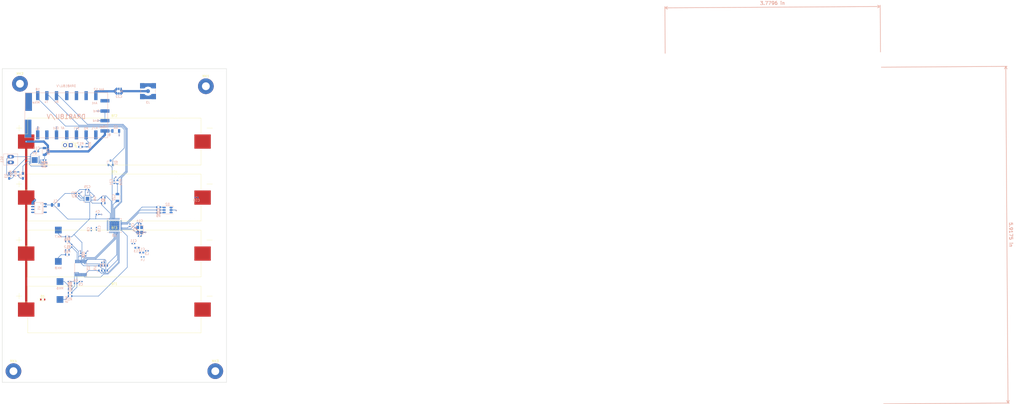
<source format=kicad_pcb>
(kicad_pcb (version 4) (host pcbnew 4.0.7+dfsg1-1)
  (layers (0 F.Cu signal hide) (31 B.Cu signal) (34 B.Paste user) (35 F.Paste user) (36 B.SilkS user) (37 F.SilkS user hide) (38 B.Mask user) (39 F.Mask user) (44 Edge.Cuts user))
  (net 0 "")
  (net 1 "Net-(AE1-Pad1)")
  (net 2 VCC)
  (net 3 GND)
  (net 4 +3V3)
  (net 5 TC1+_AF)
  (net 6 TC1-_AF)
  (net 7 "Net-(C8-Pad1)")
  (net 8 "Net-(C9-Pad1)")
  (net 9 "Net-(C10-Pad2)")
  (net 10 "Net-(C11-Pad1)")
  (net 11 "Net-(C11-Pad2)")
  (net 12 "Net-(C12-Pad2)")
  (net 13 XC1)
  (net 14 XC2)
  (net 15 TC2+_AF)
  (net 16 TC2-_AF)
  (net 17 "Net-(C19-Pad2)")
  (net 18 +BATT)
  (net 19 "Net-(D2-Pad4)")
  (net 20 "Net-(D2-Pad5)")
  (net 21 "Net-(D2-Pad6)")
  (net 22 "Net-(D3-Pad1)")
  (net 23 "Net-(D3-Pad2)")
  (net 24 "Net-(D4-Pad1)")
  (net 25 "Net-(D4-Pad2)")
  (net 26 "Net-(DRA1-Pad2)")
  (net 27 "Net-(DRA1-Pad7)")
  (net 28 "Net-(DRA1-Pad4)")
  (net 29 "Net-(DRA1-Pad5)")
  (net 30 "Net-(DRA1-Pad6)")
  (net 31 "Net-(DRA1-Pad18)")
  (net 32 RADIO_UART_TX)
  (net 33 RADIO_UART_RX)
  (net 34 "Net-(DRA1-Pad15)")
  (net 35 "Net-(DRA1-Pad14)")
  (net 36 "Net-(DRA1-Pad13)")
  (net 37 "Net-(DRA1-Pad11)")
  (net 38 B_LED)
  (net 39 G_LED)
  (net 40 R_LED)
  (net 41 COMM_UART_TX)
  (net 42 COMM_UART_RX)
  (net 43 SWCLK)
  (net 44 SWO)
  (net 45 RESET)
  (net 46 SWDIO)
  (net 47 "Net-(L2-Pad2)")
  (net 48 SCL)
  (net 49 SDA)
  (net 50 "Net-(U1-Pad5)")
  (net 51 SPI_CLK)
  (net 52 "Net-(U2-Pad3)")
  (net 53 "Net-(U2-Pad8)")
  (net 54 "Net-(U2-Pad9)")
  (net 55 SPI_DRDY)
  (net 56 SPI_MSI)
  (net 57 SPI_MSO)
  (net 58 "Net-(U3-Pad2)")
  (net 59 "Net-(U3-Pad3)")
  (net 60 "Net-(U3-Pad6)")
  (net 61 "Net-(U3-Pad7)")
  (net 62 "Net-(U3-Pad10)")
  (net 63 "Net-(U3-Pad11)")
  (net 64 "Net-(U3-Pad12)")
  (net 65 "Net-(U3-Pad32)")
  (net 66 "Net-(U3-Pad44)")
  (net 67 "Net-(U4-Pad13)")
  (net 68 "Net-(U4-Pad8)")
  (net 69 "Net-(U4-Pad7)")
  (net 70 "Net-(U4-Pad1)")
  (net 71 "Net-(U4-Pad15)")
  (net 72 "Net-(C20-Pad1)")
  (net 73 RADIO_DATA)
  (net 74 "Net-(C22-Pad3)")
  (net 75 "Net-(C22-Pad1)")
  (net 76 RADIO_PTT)
  (net 77 RADIO_PD)
  (net 78 "Net-(C23-Pad1)")
  (net 79 "Net-(C24-Pad2)")
  (net 80 "Net-(C26-Pad2)")
  (net 81 CS_ADS1120)
  (net 82 CS_MPL115A1)
  (net 83 SHDMPL115A1)
  (net 84 "Net-(U6-Pad6)")
  (net 85 "Net-(U6-Pad7)")
  (net 86 MPU_INT)
  (net 87 "Net-(MK5-Pad1)")
  (net 88 "Net-(MK6-Pad1)")
  (net 89 "Net-(MK7-Pad1)")
  (net 90 "Net-(MK8-Pad1)")
  (net 91 "Net-(C27-Pad2)")
  (net 92 "Net-(R19-Pad1)")
  (net 93 "Net-(R19-Pad2)")
  (net 94 "Net-(U3-Pad9)")
  (net 95 "Net-(U3-Pad20)")
  (net 96 "Net-(U3-Pad22)")
  (net 97 "Net-(U3-Pad8)")
  (net 98 "Net-(U3-Pad23)")
  (net 99 "Net-(U6-Pad9)")
  (net 100 "Net-(U6-Pad22)")
  (module Battery_Holders:Keystone_1042_1x18650 (layer F.Cu) (at 70 127.5)
    (fp_text reference BT1 (at 0 -11.5) (layer F.SilkS))
    (fp_text value 18650Cell)
    (pad 1 smd rect (at -39.33 0) (size 7.34 6.35) (layers F.Cu F.Paste F.Mask) (net 2 VCC))
    (pad 2 smd rect (at 39.33 0) (size 7.34 6.35) (layers F.Cu F.Paste F.Mask) (net 3 GND))
    (pad "" np_thru_hole circle (at 27.6 -8) (size 3.45 3.45) (drill 3.45) (layers *.Cu *.Mask))
    (pad "" np_thru_hole circle (at -27.6 8) (size 3.45 3.45) (drill 3.45) (layers *.Cu *.Mask))
    (pad "" np_thru_hole circle (at 35.93 8) (size 2.39 2.39) (drill 2.39) (layers *.Cu *.Mask))
  )
  (module Battery_Holders:Keystone_1042_1x18650 (layer F.Cu) (at 70 52.5)
    (fp_text reference BT2 (at 0 -11.5) (layer F.SilkS))
    (fp_text value 18650Cell)
    (pad 1 smd rect (at -39.33 0) (size 7.34 6.35) (layers F.Cu F.Paste F.Mask) (net 2 VCC))
    (pad 2 smd rect (at 39.33 0) (size 7.34 6.35) (layers F.Cu F.Paste F.Mask) (net 3 GND))
    (pad "" np_thru_hole circle (at 27.6 -8) (size 3.45 3.45) (drill 3.45) (layers *.Cu *.Mask))
    (pad "" np_thru_hole circle (at -27.6 8) (size 3.45 3.45) (drill 3.45) (layers *.Cu *.Mask))
    (pad "" np_thru_hole circle (at 35.93 8) (size 2.39 2.39) (drill 2.39) (layers *.Cu *.Mask))
  )
  (module Battery_Holders:Keystone_1042_1x18650 (layer F.Cu) (at 70 102.5)
    (fp_text reference BT3 (at 0 -11.5) (layer F.SilkS))
    (fp_text value 18650Cell)
    (pad 1 smd rect (at -39.33 0) (size 7.34 6.35) (layers F.Cu F.Paste F.Mask) (net 2 VCC))
    (pad 2 smd rect (at 39.33 0) (size 7.34 6.35) (layers F.Cu F.Paste F.Mask) (net 3 GND))
    (pad "" np_thru_hole circle (at 27.6 -8) (size 3.45 3.45) (drill 3.45) (layers *.Cu *.Mask))
    (pad "" np_thru_hole circle (at -27.6 8) (size 3.45 3.45) (drill 3.45) (layers *.Cu *.Mask))
    (pad "" np_thru_hole circle (at 35.93 8) (size 2.39 2.39) (drill 2.39) (layers *.Cu *.Mask))
  )
  (module Battery_Holders:Keystone_1042_1x18650 (layer F.Cu) (at 70 77.5)
    (fp_text reference BT4 (at 0 -11.5) (layer F.SilkS))
    (fp_text value 18650Cell)
    (pad 1 smd rect (at -39.33 0) (size 7.34 6.35) (layers F.Cu F.Paste F.Mask) (net 2 VCC))
    (pad 2 smd rect (at 39.33 0) (size 7.34 6.35) (layers F.Cu F.Paste F.Mask) (net 3 GND))
    (pad "" np_thru_hole circle (at 27.6 -8) (size 3.45 3.45) (drill 3.45) (layers *.Cu *.Mask))
    (pad "" np_thru_hole circle (at -27.6 8) (size 3.45 3.45) (drill 3.45) (layers *.Cu *.Mask))
    (pad "" np_thru_hole circle (at 35.93 8) (size 2.39 2.39) (drill 2.39) (layers *.Cu *.Mask))
  )
  (module Capacitors_SMD:C_1206 (layer B.Cu) (at 43.688 80.772 180)
    (fp_text reference C1 (at 0 1.75 180) (layer B.SilkS) (effects (justify mirror)))
    (fp_text value 10uF)
    (pad 1 smd rect (at -1.5 0 180) (size 1 1.6) (layers B.Cu B.Paste B.Mask) (net 3 GND))
    (pad 2 smd rect (at 1.5 0 180) (size 1 1.6) (layers B.Cu B.Paste B.Mask) (net 4 +3V3))
  )
  (module Capacitors_SMD:C_1206 (layer B.Cu) (at 70.612 47.752 180)
    (fp_text reference C2 (at 0 1.75 180) (layer B.SilkS) (effects (justify mirror)))
    (fp_text value 10uF)
    (pad 1 smd rect (at -1.5 0 180) (size 1 1.6) (layers B.Cu B.Paste B.Mask) (net 3 GND))
    (pad 2 smd rect (at 1.5 0 180) (size 1 1.6) (layers B.Cu B.Paste B.Mask) (net 2 VCC))
  )
  (module Capacitors_SMD:C_0402 (layer B.Cu) (at 57.25 103 270)
    (fp_text reference C3 (at 0 1.27 270) (layer B.SilkS) (effects (justify mirror)))
    (fp_text value 4.7uF)
    (pad 1 smd rect (at -0.55 0 270) (size 0.6 0.5) (layers B.Cu B.Paste B.Mask) (net 3 GND))
    (pad 2 smd rect (at 0.55 0 270) (size 0.6 0.5) (layers B.Cu B.Paste B.Mask) (net 4 +3V3))
  )
  (module Capacitors_SMD:C_0402 (layer B.Cu) (at 62.5 85 180)
    (fp_text reference C4 (at 0 1.27 180) (layer B.SilkS) (effects (justify mirror)))
    (fp_text value 100nF)
    (pad 1 smd rect (at -0.55 0 180) (size 0.6 0.5) (layers B.Cu B.Paste B.Mask) (net 3 GND))
    (pad 2 smd rect (at 0.55 0 180) (size 0.6 0.5) (layers B.Cu B.Paste B.Mask) (net 4 +3V3))
  )
  (module Capacitors_SMD:C_0402 (layer B.Cu) (at 55 115)
    (fp_text reference C5 (at 0 1.27) (layer B.SilkS) (effects (justify mirror)))
    (fp_text value F_cap)
    (pad 1 smd rect (at -0.55 0) (size 0.6 0.5) (layers B.Cu B.Paste B.Mask) (net 5 TC1+_AF))
    (pad 2 smd rect (at 0.55 0) (size 0.6 0.5) (layers B.Cu B.Paste B.Mask) (net 3 GND))
  )
  (module Capacitors_SMD:C_0402 (layer B.Cu) (at 52.75 115.75 180)
    (fp_text reference C6 (at 0 1.27 180) (layer B.SilkS) (effects (justify mirror)))
    (fp_text value Diff_Cap)
    (pad 1 smd rect (at -0.55 0 180) (size 0.6 0.5) (layers B.Cu B.Paste B.Mask) (net 5 TC1+_AF))
    (pad 2 smd rect (at 0.55 0 180) (size 0.6 0.5) (layers B.Cu B.Paste B.Mask) (net 6 TC1-_AF))
  )
  (module Capacitors_SMD:C_0402 (layer B.Cu) (at 50 115)
    (fp_text reference C7 (at 0 1.27) (layer B.SilkS) (effects (justify mirror)))
    (fp_text value F_cap)
    (pad 1 smd rect (at -0.55 0) (size 0.6 0.5) (layers B.Cu B.Paste B.Mask) (net 3 GND))
    (pad 2 smd rect (at 0.55 0) (size 0.6 0.5) (layers B.Cu B.Paste B.Mask) (net 6 TC1-_AF))
  )
  (module Capacitors_SMD:C_0402 (layer B.Cu) (at 59.69 91.694 270)
    (fp_text reference C8 (at 0 1.27 270) (layer B.SilkS) (effects (justify mirror)))
    (fp_text value 1uF)
    (pad 1 smd rect (at -0.55 0 270) (size 0.6 0.5) (layers B.Cu B.Paste B.Mask) (net 7 "Net-(C8-Pad1)"))
    (pad 2 smd rect (at 0.55 0 270) (size 0.6 0.5) (layers B.Cu B.Paste B.Mask) (net 3 GND))
  )
  (module Capacitors_SMD:C_0402 (layer B.Cu) (at 76.95 89.85 90)
    (fp_text reference C9 (at 0 1.27 90) (layer B.SilkS) (effects (justify mirror)))
    (fp_text value 100pF)
    (pad 1 smd rect (at -0.55 0 90) (size 0.6 0.5) (layers B.Cu B.Paste B.Mask) (net 8 "Net-(C9-Pad1)"))
    (pad 2 smd rect (at 0.55 0 90) (size 0.6 0.5) (layers B.Cu B.Paste B.Mask) (net 3 GND))
  )
  (module Capacitors_SMD:C_0402 (layer B.Cu) (at 62 91.44 90)
    (fp_text reference C10 (at 0 1.27 90) (layer B.SilkS) (effects (justify mirror)))
    (fp_text value 100nF)
    (pad 1 smd rect (at -0.55 0 90) (size 0.6 0.5) (layers B.Cu B.Paste B.Mask) (net 3 GND))
    (pad 2 smd rect (at 0.55 0 90) (size 0.6 0.5) (layers B.Cu B.Paste B.Mask) (net 9 "Net-(C10-Pad2)"))
  )
  (module Capacitors_SMD:C_0402 (layer B.Cu) (at 78.486 98.044 180)
    (fp_text reference C11 (at 0 1.27 180) (layer B.SilkS) (effects (justify mirror)))
    (fp_text value 100nF)
    (pad 1 smd rect (at -0.55 0 180) (size 0.6 0.5) (layers B.Cu B.Paste B.Mask) (net 10 "Net-(C11-Pad1)"))
    (pad 2 smd rect (at 0.55 0 180) (size 0.6 0.5) (layers B.Cu B.Paste B.Mask) (net 11 "Net-(C11-Pad2)"))
  )
  (module Capacitors_SMD:C_0402 (layer B.Cu) (at 81.28 89.154 180)
    (fp_text reference C14 (at 0 1.27 180) (layer B.SilkS) (effects (justify mirror)))
    (fp_text value 12pF)
    (pad 1 smd rect (at -0.55 0 180) (size 0.6 0.5) (layers B.Cu B.Paste B.Mask) (net 13 XC1))
    (pad 2 smd rect (at 0.55 0 180) (size 0.6 0.5) (layers B.Cu B.Paste B.Mask) (net 3 GND))
  )
  (module Capacitors_SMD:C_0402 (layer B.Cu) (at 81.28 94.742 180)
    (fp_text reference C15 (at 0 1.27 180) (layer B.SilkS) (effects (justify mirror)))
    (fp_text value 12pF)
    (pad 1 smd rect (at -0.55 0 180) (size 0.6 0.5) (layers B.Cu B.Paste B.Mask) (net 3 GND))
    (pad 2 smd rect (at 0.55 0 180) (size 0.6 0.5) (layers B.Cu B.Paste B.Mask) (net 14 XC2))
  )
  (module Capacitors_SMD:C_0402 (layer B.Cu) (at 55 103 90)
    (fp_text reference C16 (at 0 1.27 90) (layer B.SilkS) (effects (justify mirror)))
    (fp_text value F_cap)
    (pad 1 smd rect (at -0.55 0 90) (size 0.6 0.5) (layers B.Cu B.Paste B.Mask) (net 15 TC2+_AF))
    (pad 2 smd rect (at 0.55 0 90) (size 0.6 0.5) (layers B.Cu B.Paste B.Mask) (net 3 GND))
  )
  (module Capacitors_SMD:C_0402 (layer B.Cu) (at 51 99 270)
    (fp_text reference C17 (at 0 1.27 270) (layer B.SilkS) (effects (justify mirror)))
    (fp_text value Diff_Cap)
    (pad 1 smd rect (at -0.55 0 270) (size 0.6 0.5) (layers B.Cu B.Paste B.Mask) (net 15 TC2+_AF))
    (pad 2 smd rect (at 0.55 0 270) (size 0.6 0.5) (layers B.Cu B.Paste B.Mask) (net 16 TC2-_AF))
  )
  (module Capacitors_SMD:C_0402 (layer B.Cu) (at 106.68 77.47)
    (fp_text reference C18 (at 0 1.27) (layer B.SilkS) (effects (justify mirror)))
    (fp_text value F_cap)
    (pad 1 smd rect (at -0.55 0) (size 0.6 0.5) (layers B.Cu B.Paste B.Mask) (net 3 GND))
    (pad 2 smd rect (at 0.55 0) (size 0.6 0.5) (layers B.Cu B.Paste B.Mask) (net 16 TC2-_AF))
  )
  (module Capacitors_SMD:C_0603 (layer B.Cu) (at 35.306 56.896 180)
    (fp_text reference C19 (at 0 1.5 180) (layer B.SilkS) (effects (justify mirror)))
    (fp_text value C_Small)
    (pad 2 smd rect (at 0.75 0 180) (size 0.8 0.75) (layers B.Cu B.Paste B.Mask) (net 17 "Net-(C19-Pad2)"))
    (pad 1 smd rect (at -0.75 0 180) (size 0.8 0.75) (layers B.Cu B.Paste B.Mask) (net 3 GND))
  )
  (module LEDs:LED_RGB_PLCC-6 (layer B.Cu) (at 93.726 83.058 180)
    (fp_text reference D2 (at 0 2.55 360) (layer B.SilkS) (effects (justify mirror)))
    (fp_text value "LTRB GFSF")
    (pad 1 smd rect (at -1.55 1.1 90) (size 0.7 1.3) (layers B.Cu B.Paste B.Mask) (net 3 GND))
    (pad 2 smd rect (at -1.55 0 90) (size 0.7 1.3) (layers B.Cu B.Paste B.Mask) (net 3 GND))
    (pad 3 smd rect (at -1.55 -1.1 90) (size 0.7 1.3) (layers B.Cu B.Paste B.Mask) (net 3 GND))
    (pad 4 smd rect (at 1.55 -1.1 90) (size 0.7 1.3) (layers B.Cu B.Paste B.Mask) (net 19 "Net-(D2-Pad4)"))
    (pad 5 smd rect (at 1.55 0 90) (size 0.7 1.3) (layers B.Cu B.Paste B.Mask) (net 20 "Net-(D2-Pad5)"))
    (pad 6 smd rect (at 1.55 1.1 90) (size 0.7 1.3) (layers B.Cu B.Paste B.Mask) (net 21 "Net-(D2-Pad6)"))
  )
  (module LEDs:LED_0603_HandSoldering (layer B.Cu) (at 23.114 67.826999 270)
    (fp_text reference D3 (at 0 1.45 270) (layer B.SilkS) (effects (justify mirror)))
    (fp_text value LED)
    (pad 1 smd rect (at -1.1 0 270) (size 1.2 0.9) (layers B.Cu B.Paste B.Mask) (net 22 "Net-(D3-Pad1)"))
    (pad 2 smd rect (at 1.1 0 270) (size 1.2 0.9) (layers B.Cu B.Paste B.Mask) (net 23 "Net-(D3-Pad2)"))
  )
  (module LEDs:LED_0603_HandSoldering (layer B.Cu) (at 29.21 67.826999 270)
    (fp_text reference D4 (at 0 1.45 270) (layer B.SilkS) (effects (justify mirror)))
    (fp_text value LED)
    (pad 1 smd rect (at -1.1 0 270) (size 1.2 0.9) (layers B.Cu B.Paste B.Mask) (net 24 "Net-(D4-Pad1)"))
    (pad 2 smd rect (at 1.1 0 270) (size 1.2 0.9) (layers B.Cu B.Paste B.Mask) (net 25 "Net-(D4-Pad2)"))
  )
  (module DRA818UV:DRA818U (layer B.Cu) (at 48.52 40.89)
    (fp_text reference DRA1 hide)
    (fp_text value DRA818U hide)
    (fp_text user Ant (at 15.748 -11.684) (layer B.SilkS) (effects (justify mirror)))
    (fp_text user DRA818U/V (at 0 -13.208) (layer B.SilkS) (effects (justify mirror)))
    (fp_text user Sq (at -12.7 5.842) (layer B.SilkS) (effects (justify mirror)))
    (fp_text user "AF Out" (at -3.302 5.588) (layer B.SilkS) (effects (justify mirror)))
    (fp_text user PTT (at 4.572 5.842) (layer B.SilkS) (effects (justify mirror)))
    (fp_text user PD (at 8.89 5.842) (layer B.SilkS) (effects (justify mirror)))
    (fp_text user H/L (at 12.7 5.588) (layer B.SilkS) (effects (justify mirror)))
    (fp_text user VBat (at 16.51 5.08) (layer B.SilkS) (effects (justify mirror)))
    (fp_text user Gnd (at 13.462 -2.032) (layer B.SilkS) (effects (justify mirror)))
    (fp_text user Gnd (at 13.208 2.286) (layer B.SilkS) (effects (justify mirror)))
    (fp_text user Ant (at 12.7 -5.588) (layer B.SilkS) (effects (justify mirror)))
    (fp_text user Mike (at -13.462 -5.842) (layer B.SilkS) (effects (justify mirror)))
    (fp_text user Tx (at -8.89 -6.096) (layer B.SilkS) (effects (justify mirror)))
    (fp_text user Rx (at -4.318 -6.096) (layer B.SilkS) (effects (justify mirror)))
    (fp_text user 18 (at -12.7 -11.684) (layer B.SilkS) (effects (justify mirror)))
    (fp_text user 12 (at 13.208 -11.684) (layer B.SilkS) (effects (justify mirror)))
    (fp_text user 8 (at 19.304 8.636) (layer B.SilkS) (effects (justify mirror)))
    (fp_text user 1 (at -14.224 10.922) (layer B.SilkS) (effects (justify mirror)))
    (fp_text user DRA818U/V (at 0 0.508) (layer B.SilkS) (effects (font (size 2 2) (thickness 0.3)) (justify mirror)))
    (pad 1 smd rect (at -12.7 8.636) (size 1.524 4) (layers B.Cu B.Paste B.Mask) (net 3 GND))
    (pad 2 smd rect (at -8.636 8.636) (size 1.524 4) (layers B.Cu B.Paste B.Mask) (net 26 "Net-(DRA1-Pad2)"))
    (pad 3 smd rect (at -4.318 8.636) (size 1.524 4) (layers B.Cu B.Paste B.Mask) (net 3 GND))
    (pad 7 smd rect (at 13.208 8.636) (size 1.524 4) (layers B.Cu B.Paste B.Mask) (net 27 "Net-(DRA1-Pad7)"))
    (pad 4 smd rect (at 0.254 8.636) (size 1.524 4) (layers B.Cu B.Paste B.Mask) (net 28 "Net-(DRA1-Pad4)"))
    (pad 5 smd rect (at 4.572 8.636) (size 1.524 4) (layers B.Cu B.Paste B.Mask) (net 29 "Net-(DRA1-Pad5)"))
    (pad 6 smd rect (at 8.89 8.636) (size 1.524 4) (layers B.Cu B.Paste B.Mask) (net 30 "Net-(DRA1-Pad6)"))
    (pad 18 smd rect (at -12.7 -8.89) (size 1.524 4) (layers B.Cu B.Paste B.Mask) (net 31 "Net-(DRA1-Pad18)"))
    (pad 17 smd rect (at -8.636 -8.89) (size 1.524 4) (layers B.Cu B.Paste B.Mask) (net 32 RADIO_UART_TX))
    (pad 16 smd rect (at -4.318 -8.89) (size 1.524 4) (layers B.Cu B.Paste B.Mask) (net 33 RADIO_UART_RX))
    (pad 15 smd rect (at 0.254 -8.89) (size 1.524 4) (layers B.Cu B.Paste B.Mask) (net 34 "Net-(DRA1-Pad15)"))
    (pad 14 smd rect (at 4.572 -8.89) (size 1.524 4) (layers B.Cu B.Paste B.Mask) (net 35 "Net-(DRA1-Pad14)"))
    (pad 13 smd rect (at 8.89 -8.89) (size 1.524 4) (layers B.Cu B.Paste B.Mask) (net 36 "Net-(DRA1-Pad13)"))
    (pad 12 smd rect (at 13.208 -8.89) (size 1.524 4) (layers B.Cu B.Paste B.Mask) (net 74 "Net-(C22-Pad3)"))
    (pad 8 smd rect (at 17.272 6.858) (size 4 1.524) (layers B.Cu B.Paste B.Mask) (net 2 VCC))
    (pad 9 smd rect (at 17.272 2.286) (size 4 1.524) (layers B.Cu B.Paste B.Mask) (net 3 GND))
    (pad 10 smd rect (at 17.272 -2.032) (size 4 1.524) (layers B.Cu B.Paste B.Mask) (net 3 GND))
    (pad 11 smd rect (at 17.272 -6.604) (size 4 1.524) (layers B.Cu B.Paste B.Mask) (net 37 "Net-(DRA1-Pad11)"))
    (pad "" smd rect (at -17.018 5.842) (size 3 8) (layers B.Cu B.Paste B.Mask))
    (pad "" smd rect (at -16.764 -6.096) (size 3 8) (layers B.Cu B.Paste B.Mask))
  )
  (module Capacitors_SMD:C_0402 (layer B.Cu) (at 84.5 101.3)
    (fp_text reference L3 (at 0 1.27) (layer B.SilkS) (effects (justify mirror)))
    (fp_text value 3.3nH)
    (pad 1 smd rect (at -0.55 0) (size 0.6 0.5) (layers B.Cu B.Paste B.Mask) (net 12 "Net-(C12-Pad2)"))
    (pad 2 smd rect (at 0.55 0) (size 0.6 0.5) (layers B.Cu B.Paste B.Mask) (net 10 "Net-(C11-Pad1)"))
  )
  (module Capacitors_SMD:C_0402_NoSilk (layer B.Cu) (at 82.6 104)
    (fp_text reference L4 (at 0 1.27) (layer B.SilkS) (effects (justify mirror)))
    (fp_text value L_Small)
    (pad 1 smd rect (at -0.55 0) (size 0.6 0.5) (layers B.Cu B.Paste B.Mask) (net 1 "Net-(AE1-Pad1)"))
    (pad 2 smd rect (at 0.55 0) (size 0.6 0.5) (layers B.Cu B.Paste B.Mask) (net 12 "Net-(C12-Pad2)"))
  )
  (module Mounting_Holes:MountingHole_3.5mm_Pad (layer F.Cu) (at 110.8 27.8)
    (fp_text reference MK1 (at 0 -4.5) (layer F.SilkS))
    (fp_text value Mounting_Hole)
    (pad 1 thru_hole circle (at 0 0) (size 7 7) (drill 3.5) (layers *.Cu *.Mask))
  )
  (module Mounting_Holes:MountingHole_3.5mm_Pad (layer F.Cu) (at 27.9 26.7)
    (fp_text reference MK2 (at 0 -4.5) (layer F.SilkS))
    (fp_text value Mounting_Hole)
    (pad 1 thru_hole circle (at 0 0) (size 7 7) (drill 3.5) (layers *.Cu *.Mask))
  )
  (module Mounting_Holes:MountingHole_3.5mm_Pad (layer F.Cu) (at 115 155)
    (fp_text reference MK3 (at 0 -4.5) (layer F.SilkS))
    (fp_text value Mounting_Hole)
    (pad 1 thru_hole circle (at 0 0) (size 7 7) (drill 3.5) (layers *.Cu *.Mask))
  )
  (module Mounting_Holes:MountingHole_3.5mm_Pad (layer F.Cu) (at 25 155)
    (fp_text reference MK4 (at 0 -4.5) (layer F.SilkS))
    (fp_text value Mounting_Hole)
    (pad 1 thru_hole circle (at 0 0) (size 7 7) (drill 3.5) (layers *.Cu *.Mask))
  )
  (module Connectors:PINHEAD1-2 (layer B.Cu) (at 23.75 59.25 270)
    (fp_text reference SC1 (at 1.27 3.9 270) (layer B.SilkS) (effects (justify mirror)))
    (fp_text value Solar_Cell)
    (pad 1 thru_hole oval (at 0 0 270) (size 1.51 3.01) (drill 1) (layers *.Cu *.Mask) (net 17 "Net-(C19-Pad2)"))
    (pad 2 thru_hole oval (at 2.54 0 270) (size 1.51 3.01) (drill 1) (layers *.Cu *.Mask) (net 3 GND))
  )
  (module Power_Integrations:SO-8C (layer B.Cu) (at 36.381 82.18 270)
    (fp_text reference U1 (at 0 0 270) (layer B.SilkS) (effects (justify mirror)))
    (fp_text value LT1129CS8-3.3)
    (pad 1 smd oval (at -1.905 -2.794 270) (size 0.6096 1.4732) (layers B.Cu B.Paste B.Mask) (net 4 +3V3))
    (pad 2 smd oval (at -0.635 -2.794 270) (size 0.6096 1.4732) (layers B.Cu B.Paste B.Mask) (net 4 +3V3))
    (pad 4 smd oval (at 1.905 -2.794 270) (size 0.6096 1.4732) (layers B.Cu B.Paste B.Mask))
    (pad 5 smd oval (at 1.905 2.794 270) (size 0.6096 1.4732) (layers B.Cu B.Paste B.Mask) (net 50 "Net-(U1-Pad5)"))
    (pad 6 smd oval (at 0.635 2.794 270) (size 0.6096 1.4732) (layers B.Cu B.Paste B.Mask) (net 3 GND))
    (pad 7 smd oval (at -0.635 2.794 270) (size 0.6096 1.4732) (layers B.Cu B.Paste B.Mask) (net 3 GND))
    (pad 8 smd oval (at -1.905 2.794 270) (size 0.6096 1.4732) (layers B.Cu B.Paste B.Mask) (net 2 VCC))
  )
  (module Housings_SSOP:TSSOP-16_4.4x5mm_Pitch0.65mm (layer B.Cu) (at 55 109 90)
    (fp_text reference U2 (at 0 3.55 90) (layer B.SilkS) (effects (justify mirror)))
    (fp_text value ADS1120-PW)
    (pad 1 smd rect (at -2.95 2.275 90) (size 1.5 0.45) (layers B.Cu B.Paste B.Mask) (net 51 SPI_CLK))
    (pad 2 smd rect (at -2.95 1.625 90) (size 1.5 0.45) (layers B.Cu B.Paste B.Mask) (net 81 CS_ADS1120))
    (pad 3 smd rect (at -2.95 0.975 90) (size 1.5 0.45) (layers B.Cu B.Paste B.Mask) (net 52 "Net-(U2-Pad3)"))
    (pad 4 smd rect (at -2.95 0.325 90) (size 1.5 0.45) (layers B.Cu B.Paste B.Mask) (net 3 GND))
    (pad 5 smd rect (at -2.95 -0.325 90) (size 1.5 0.45) (layers B.Cu B.Paste B.Mask) (net 3 GND))
    (pad 6 smd rect (at -2.95 -0.975 90) (size 1.5 0.45) (layers B.Cu B.Paste B.Mask) (net 6 TC1-_AF))
    (pad 7 smd rect (at -2.95 -1.625 90) (size 1.5 0.45) (layers B.Cu B.Paste B.Mask) (net 5 TC1+_AF))
    (pad 8 smd rect (at -2.95 -2.275 90) (size 1.5 0.45) (layers B.Cu B.Paste B.Mask) (net 53 "Net-(U2-Pad8)"))
    (pad 9 smd rect (at 2.95 -2.275 90) (size 1.5 0.45) (layers B.Cu B.Paste B.Mask) (net 54 "Net-(U2-Pad9)"))
    (pad 10 smd rect (at 2.95 -1.625 90) (size 1.5 0.45) (layers B.Cu B.Paste B.Mask) (net 16 TC2-_AF))
    (pad 11 smd rect (at 2.95 -0.975 90) (size 1.5 0.45) (layers B.Cu B.Paste B.Mask) (net 15 TC2+_AF))
    (pad 12 smd rect (at 2.95 -0.325 90) (size 1.5 0.45) (layers B.Cu B.Paste B.Mask) (net 4 +3V3))
    (pad 13 smd rect (at 2.95 0.325 90) (size 1.5 0.45) (layers B.Cu B.Paste B.Mask) (net 4 +3V3))
    (pad 14 smd rect (at 2.95 0.975 90) (size 1.5 0.45) (layers B.Cu B.Paste B.Mask) (net 55 SPI_DRDY))
    (pad 15 smd rect (at 2.95 1.625 90) (size 1.5 0.45) (layers B.Cu B.Paste B.Mask) (net 56 SPI_MSI))
    (pad 16 smd rect (at 2.95 2.275 90) (size 1.5 0.45) (layers B.Cu B.Paste B.Mask) (net 57 SPI_MSO))
  )
  (module Housings_DFN_QFN:UQFN-48-1EP_6x6mm_Pitch0.4mm (layer B.Cu) (at 70 90)
    (fp_text reference U3 (at 0 4.4) (layer B.SilkS) (effects (justify mirror)))
    (fp_text value nRF52832)
    (pad 1 smd rect (at -3 2.2) (size 0.8 0.2) (layers B.Cu B.Paste B.Mask) (net 9 "Net-(C10-Pad2)"))
    (pad 2 smd rect (at -3 1.8) (size 0.8 0.2) (layers B.Cu B.Paste B.Mask) (net 58 "Net-(U3-Pad2)"))
    (pad 3 smd rect (at -3 1.4) (size 0.8 0.2) (layers B.Cu B.Paste B.Mask) (net 59 "Net-(U3-Pad3)"))
    (pad 4 smd rect (at -3 1) (size 0.8 0.2) (layers B.Cu B.Paste B.Mask) (net 41 COMM_UART_TX))
    (pad 5 smd rect (at -3 0.6) (size 0.8 0.2) (layers B.Cu B.Paste B.Mask) (net 42 COMM_UART_RX))
    (pad 6 smd rect (at -3 0.2) (size 0.8 0.2) (layers B.Cu B.Paste B.Mask) (net 60 "Net-(U3-Pad6)"))
    (pad 7 smd rect (at -3 -0.2) (size 0.8 0.2) (layers B.Cu B.Paste B.Mask) (net 61 "Net-(U3-Pad7)"))
    (pad 8 smd rect (at -3 -0.6) (size 0.8 0.2) (layers B.Cu B.Paste B.Mask) (net 97 "Net-(U3-Pad8)"))
    (pad 9 smd rect (at -3 -1) (size 0.8 0.2) (layers B.Cu B.Paste B.Mask) (net 94 "Net-(U3-Pad9)"))
    (pad 10 smd rect (at -3 -1.4) (size 0.8 0.2) (layers B.Cu B.Paste B.Mask) (net 62 "Net-(U3-Pad10)"))
    (pad 11 smd rect (at -3 -1.8) (size 0.8 0.2) (layers B.Cu B.Paste B.Mask) (net 63 "Net-(U3-Pad11)"))
    (pad 12 smd rect (at -3 -2.2) (size 0.8 0.2) (layers B.Cu B.Paste B.Mask) (net 64 "Net-(U3-Pad12)"))
    (pad 13 smd rect (at -2.2 -3 270) (size 0.8 0.2) (layers B.Cu B.Paste B.Mask) (net 4 +3V3))
    (pad 14 smd rect (at -1.8 -3 270) (size 0.8 0.2) (layers B.Cu B.Paste B.Mask) (net 49 SDA))
    (pad 15 smd rect (at -1.4 -3 270) (size 0.8 0.2) (layers B.Cu B.Paste B.Mask) (net 48 SCL))
    (pad 16 smd rect (at -1 -3 270) (size 0.8 0.2) (layers B.Cu B.Paste B.Mask) (net 76 RADIO_PTT))
    (pad 17 smd rect (at -0.6 -3 270) (size 0.8 0.2) (layers B.Cu B.Paste B.Mask) (net 73 RADIO_DATA))
    (pad 18 smd rect (at -0.2 -3 270) (size 0.8 0.2) (layers B.Cu B.Paste B.Mask) (net 32 RADIO_UART_TX))
    (pad 19 smd rect (at 0.2 -3 270) (size 0.8 0.2) (layers B.Cu B.Paste B.Mask) (net 33 RADIO_UART_RX))
    (pad 20 smd rect (at 0.6 -3 270) (size 0.8 0.2) (layers B.Cu B.Paste B.Mask) (net 95 "Net-(U3-Pad20)"))
    (pad 21 smd rect (at 1 -3 270) (size 0.8 0.2) (layers B.Cu B.Paste B.Mask) (net 44 SWO))
    (pad 22 smd rect (at 1.4 -3 270) (size 0.8 0.2) (layers B.Cu B.Paste B.Mask) (net 96 "Net-(U3-Pad22)"))
    (pad 23 smd rect (at 1.8 -3 270) (size 0.8 0.2) (layers B.Cu B.Paste B.Mask) (net 98 "Net-(U3-Pad23)"))
    (pad 24 smd rect (at 2.2 -3 270) (size 0.8 0.2) (layers B.Cu B.Paste B.Mask) (net 45 RESET))
    (pad 25 smd rect (at 3 -2.2) (size 0.8 0.2) (layers B.Cu B.Paste B.Mask) (net 43 SWCLK))
    (pad 26 smd rect (at 3 -1.8) (size 0.8 0.2) (layers B.Cu B.Paste B.Mask) (net 46 SWDIO))
    (pad 27 smd rect (at 3 -1.4) (size 0.8 0.2) (layers B.Cu B.Paste B.Mask) (net 40 R_LED))
    (pad 28 smd rect (at 3 -1) (size 0.8 0.2) (layers B.Cu B.Paste B.Mask) (net 39 G_LED))
    (pad 29 smd rect (at 3 -0.6) (size 0.8 0.2) (layers B.Cu B.Paste B.Mask) (net 38 B_LED))
    (pad 30 smd rect (at 3 -0.2) (size 0.8 0.2) (layers B.Cu B.Paste B.Mask) (net 10 "Net-(C11-Pad1)"))
    (pad 31 smd rect (at 3 0.2) (size 0.8 0.2) (layers B.Cu B.Paste B.Mask) (net 11 "Net-(C11-Pad2)"))
    (pad 32 smd rect (at 3 0.6) (size 0.8 0.2) (layers B.Cu B.Paste B.Mask) (net 65 "Net-(U3-Pad32)"))
    (pad 33 smd rect (at 3 1) (size 0.8 0.2) (layers B.Cu B.Paste B.Mask) (net 8 "Net-(C9-Pad1)"))
    (pad 34 smd rect (at 3 1.4) (size 0.8 0.2) (layers B.Cu B.Paste B.Mask) (net 13 XC1))
    (pad 35 smd rect (at 3 1.8) (size 0.8 0.2) (layers B.Cu B.Paste B.Mask) (net 14 XC2))
    (pad 36 smd rect (at 3 2.2) (size 0.8 0.2) (layers B.Cu B.Paste B.Mask) (net 4 +3V3))
    (pad 37 smd rect (at 2.2 3 270) (size 0.8 0.2) (layers B.Cu B.Paste B.Mask) (net 81 CS_ADS1120))
    (pad 38 smd rect (at 1.8 3 270) (size 0.8 0.2) (layers B.Cu B.Paste B.Mask) (net 51 SPI_CLK))
    (pad 39 smd rect (at 1.4 3 270) (size 0.8 0.2) (layers B.Cu B.Paste B.Mask) (net 82 CS_MPL115A1))
    (pad 40 smd rect (at 1 3 270) (size 0.8 0.2) (layers B.Cu B.Paste B.Mask) (net 83 SHDMPL115A1))
    (pad 41 smd rect (at 0.6 3 270) (size 0.8 0.2) (layers B.Cu B.Paste B.Mask) (net 57 SPI_MSO))
    (pad 42 smd rect (at 0.2 3 270) (size 0.8 0.2) (layers B.Cu B.Paste B.Mask) (net 56 SPI_MSI))
    (pad 43 smd rect (at -0.2 3 270) (size 0.8 0.2) (layers B.Cu B.Paste B.Mask) (net 55 SPI_DRDY))
    (pad 44 smd rect (at -0.6 3 270) (size 0.8 0.2) (layers B.Cu B.Paste B.Mask) (net 66 "Net-(U3-Pad44)"))
    (pad 45 smd rect (at -1 3 270) (size 0.8 0.2) (layers B.Cu B.Paste B.Mask) (net 3 GND))
    (pad 46 smd rect (at -1.4 3 270) (size 0.8 0.2) (layers B.Cu B.Paste B.Mask) (net 47 "Net-(L2-Pad2)"))
    (pad 47 smd rect (at -1.8 3 270) (size 0.8 0.2) (layers B.Cu B.Paste B.Mask) (net 7 "Net-(C8-Pad1)"))
    (pad 48 smd rect (at -2.2 3 270) (size 0.8 0.2) (layers B.Cu B.Paste B.Mask) (net 4 +3V3))
    (pad 49 smd rect (at 1.66875 -1.66875) (size 1.1125 1.1125) (layers B.Cu B.Paste B.Mask) (net 3 GND))
    (pad 49 smd rect (at 1.66875 -0.55625) (size 1.1125 1.1125) (layers B.Cu B.Paste B.Mask) (net 3 GND))
    (pad 49 smd rect (at 1.66875 0.55625) (size 1.1125 1.1125) (layers B.Cu B.Paste B.Mask) (net 3 GND))
    (pad 49 smd rect (at 1.66875 1.66875) (size 1.1125 1.1125) (layers B.Cu B.Paste B.Mask) (net 3 GND))
    (pad 49 smd rect (at 0.55625 -1.66875) (size 1.1125 1.1125) (layers B.Cu B.Paste B.Mask) (net 3 GND))
    (pad 49 smd rect (at 0.55625 -0.55625) (size 1.1125 1.1125) (layers B.Cu B.Paste B.Mask) (net 3 GND))
    (pad 49 smd rect (at 0.55625 0.55625) (size 1.1125 1.1125) (layers B.Cu B.Paste B.Mask) (net 3 GND))
    (pad 49 smd rect (at 0.55625 1.66875) (size 1.1125 1.1125) (layers B.Cu B.Paste B.Mask) (net 3 GND))
    (pad 49 smd rect (at -0.55625 -1.66875) (size 1.1125 1.1125) (layers B.Cu B.Paste B.Mask) (net 3 GND))
    (pad 49 smd rect (at -0.55625 -0.55625) (size 1.1125 1.1125) (layers B.Cu B.Paste B.Mask) (net 3 GND))
    (pad 49 smd rect (at -0.55625 0.55625) (size 1.1125 1.1125) (layers B.Cu B.Paste B.Mask) (net 3 GND))
    (pad 49 smd rect (at -0.55625 1.66875) (size 1.1125 1.1125) (layers B.Cu B.Paste B.Mask) (net 3 GND))
    (pad 49 smd rect (at -1.66875 -1.66875) (size 1.1125 1.1125) (layers B.Cu B.Paste B.Mask) (net 3 GND))
    (pad 49 smd rect (at -1.66875 -0.55625) (size 1.1125 1.1125) (layers B.Cu B.Paste B.Mask) (net 3 GND))
    (pad 49 smd rect (at -1.66875 0.55625) (size 1.1125 1.1125) (layers B.Cu B.Paste B.Mask) (net 3 GND))
    (pad 49 smd rect (at -1.66875 1.66875) (size 1.1125 1.1125) (layers B.Cu B.Paste B.Mask) (net 3 GND))
  )
  (module Housings_SON:WSON-14_1EP_4.0x4.0mm_Pitch0.5mm (layer B.Cu) (at 34.5 60.75 180)
    (fp_text reference U4 (at 0.027363 3.153276 180) (layer B.SilkS) (effects (justify mirror)))
    (fp_text value LP3947)
    (pad 14 smd rect (at 1.9 1.5 270) (size 0.25 0.6) (layers B.Cu B.Paste B.Mask) (net 17 "Net-(C19-Pad2)"))
    (pad 13 smd rect (at 1.9 1 270) (size 0.25 0.6) (layers B.Cu B.Paste B.Mask) (net 67 "Net-(U4-Pad13)"))
    (pad 12 smd rect (at 1.9 0.5 270) (size 0.25 0.6) (layers B.Cu B.Paste B.Mask) (net 22 "Net-(D3-Pad1)"))
    (pad 11 smd rect (at 1.9 0 270) (size 0.25 0.6) (layers B.Cu B.Paste B.Mask) (net 3 GND))
    (pad 10 smd rect (at 1.9 -0.5 270) (size 0.25 0.6) (layers B.Cu B.Paste B.Mask) (net 24 "Net-(D4-Pad1)"))
    (pad 9 smd rect (at 1.9 -1 270) (size 0.25 0.6) (layers B.Cu B.Paste B.Mask) (net 92 "Net-(R19-Pad1)"))
    (pad 8 smd rect (at 1.9 -1.5 270) (size 0.25 0.6) (layers B.Cu B.Paste B.Mask) (net 68 "Net-(U4-Pad8)"))
    (pad 7 smd rect (at -1.9 -1.5 270) (size 0.25 0.6) (layers B.Cu B.Paste B.Mask) (net 69 "Net-(U4-Pad7)"))
    (pad 6 smd rect (at -1.9 -1 270) (size 0.25 0.6) (layers B.Cu B.Paste B.Mask) (net 2 VCC))
    (pad 5 smd rect (at -1.9 -0.5 270) (size 0.25 0.6) (layers B.Cu B.Paste B.Mask) (net 93 "Net-(R19-Pad2)"))
    (pad 4 smd rect (at -1.9 0 270) (size 0.25 0.6) (layers B.Cu B.Paste B.Mask) (net 2 VCC))
    (pad 3 smd rect (at -1.9 0.5 270) (size 0.25 0.6) (layers B.Cu B.Paste B.Mask) (net 49 SDA))
    (pad 2 smd rect (at -1.9 1 270) (size 0.25 0.6) (layers B.Cu B.Paste B.Mask) (net 48 SCL))
    (pad 1 smd rect (at -1.9 1.5 270) (size 0.25 0.6) (layers B.Cu B.Paste B.Mask) (net 70 "Net-(U4-Pad1)"))
    (pad 15 smd rect (at 0.025 0 270) (size 2.6 2.6) (layers B.Cu B.Paste B.Mask) (net 71 "Net-(U4-Pad15)"))
  )
  (module Crystals:Crystal_SMD_3225-4pin_3.2x2.5mm (layer B.Cu) (at 81.28 91.948 270)
    (fp_text reference Y1 (at 0 2.45 270) (layer B.SilkS) (effects (justify mirror)))
    (fp_text value FL3200037)
    (pad 1 smd rect (at -1.1 -0.85 270) (size 1.4 1.2) (layers B.Cu B.Paste B.Mask) (net 13 XC1))
    (pad 2 smd rect (at 1.1 -0.85 270) (size 1.4 1.2) (layers B.Cu B.Paste B.Mask) (net 3 GND))
    (pad 3 smd rect (at 1.1 0.85 270) (size 1.4 1.2) (layers B.Cu B.Paste B.Mask) (net 14 XC2))
    (pad 4 smd rect (at -1.1 0.85 270) (size 1.4 1.2) (layers B.Cu B.Paste B.Mask) (net 3 GND))
  )
  (module Capacitors_SMD:C_0402 (layer B.Cu) (at 69.85 70.612 270)
    (fp_text reference C21 (at 0 1.27 270) (layer B.SilkS) (effects (justify mirror)))
    (fp_text value 100nF)
    (pad 1 smd rect (at -0.55 0 270) (size 0.6 0.5) (layers B.Cu B.Paste B.Mask) (net 3 GND))
    (pad 2 smd rect (at 0.55 0 270) (size 0.6 0.5) (layers B.Cu B.Paste B.Mask) (net 72 "Net-(C20-Pad1)"))
  )
  (module MiniCircuits:FV1206-1 (layer B.Cu) (at 72 30)
    (fp_text reference C22 (at 0 2.48031) (layer B.SilkS) (effects (justify mirror)))
    (fp_text value EMI_Filter_C)
    (pad 3 smd rect (at -0.9906 -1.0287) (size 0.6096 1.0668) (layers B.Cu B.Paste B.Mask) (net 74 "Net-(C22-Pad3)"))
    (pad 2 smd rect (at 0 -1.0287) (size 0.6096 1.0668) (layers B.Cu B.Paste B.Mask) (net 3 GND))
    (pad 1 smd rect (at 0.9906 -1.0287) (size 0.6096 1.0668) (layers B.Cu B.Paste B.Mask) (net 75 "Net-(C22-Pad1)"))
    (pad 1 smd rect (at 0.9906 1.0287) (size 0.6096 1.0668) (layers B.Cu B.Paste B.Mask) (net 75 "Net-(C22-Pad1)"))
    (pad 2 smd rect (at 0 1.0287) (size 0.6096 1.0668) (layers B.Cu B.Paste B.Mask) (net 3 GND))
    (pad 3 smd rect (at -0.9906 1.0287) (size 0.6096 1.0668) (layers B.Cu B.Paste B.Mask) (net 74 "Net-(C22-Pad3)"))
  )
  (module Pin_Headers:Pin_Header_Straight_1x02_Pitch2.54mm (layer F.Cu) (at 50.546 54.102 270)
    (fp_text reference JP1 (at 0 -2.33 270) (layer F.SilkS))
    (fp_text value Jumper)
    (pad 1 thru_hole rect (at 0 0 270) (size 1.7 1.7) (drill 1) (layers *.Cu *.Mask) (net 27 "Net-(DRA1-Pad7)"))
    (pad 2 thru_hole oval (at 0 2.54 270) (size 1.7 1.7) (drill 1) (layers *.Cu *.Mask) (net 3 GND))
  )
  (module TO_SOT_Packages_SMD:SOT-23 (layer B.Cu) (at 68.326 61.976 90)
    (fp_text reference Q1 (at 0 2.5 90) (layer B.SilkS) (effects (justify mirror)))
    (fp_text value Q_NMOS_DGS)
    (pad 1 smd rect (at -1 0.95 90) (size 0.9 0.8) (layers B.Cu B.Paste B.Mask) (net 29 "Net-(DRA1-Pad5)"))
    (pad 2 smd rect (at -1 -0.95 90) (size 0.9 0.8) (layers B.Cu B.Paste B.Mask) (net 76 RADIO_PTT))
    (pad 3 smd rect (at 1 0 90) (size 0.9 0.8) (layers B.Cu B.Paste B.Mask) (net 3 GND))
  )
  (module Capacitors_SMD:C_0402 (layer B.Cu) (at 64.95 106.45)
    (fp_text reference C23 (at 0 1.27) (layer B.SilkS) (effects (justify mirror)))
    (fp_text value 1uF)
    (pad 1 smd rect (at -0.55 0) (size 0.6 0.5) (layers B.Cu B.Paste B.Mask) (net 78 "Net-(C23-Pad1)"))
    (pad 2 smd rect (at 0.55 0) (size 0.6 0.5) (layers B.Cu B.Paste B.Mask) (net 3 GND))
  )
  (module Capacitors_SMD:C_0402 (layer B.Cu) (at 52.832 76.2 270)
    (fp_text reference C24 (at 0 1.27 270) (layer B.SilkS) (effects (justify mirror)))
    (fp_text value 10nF)
    (pad 1 smd rect (at -0.55 0 270) (size 0.6 0.5) (layers B.Cu B.Paste B.Mask) (net 4 +3V3))
    (pad 2 smd rect (at 0.55 0 270) (size 0.6 0.5) (layers B.Cu B.Paste B.Mask) (net 79 "Net-(C24-Pad2)"))
  )
  (module Capacitors_SMD:C_0402 (layer B.Cu) (at 57.912 73.914 180)
    (fp_text reference C25 (at 0 1.27 180) (layer B.SilkS) (effects (justify mirror)))
    (fp_text value 100nF)
    (pad 1 smd rect (at -0.55 0 180) (size 0.6 0.5) (layers B.Cu B.Paste B.Mask) (net 3 GND))
    (pad 2 smd rect (at 0.55 0 180) (size 0.6 0.5) (layers B.Cu B.Paste B.Mask) (net 4 +3V3))
  )
  (module Capacitors_SMD:C_0402 (layer B.Cu) (at 54.102 76.2 270)
    (fp_text reference C26 (at 0 1.27 270) (layer B.SilkS) (effects (justify mirror)))
    (fp_text value C_Small)
    (pad 1 smd rect (at -0.55 0 270) (size 0.6 0.5) (layers B.Cu B.Paste B.Mask) (net 3 GND))
    (pad 2 smd rect (at 0.55 0 270) (size 0.6 0.5) (layers B.Cu B.Paste B.Mask) (net 80 "Net-(C26-Pad2)"))
  )
  (module Housings_LGA:LGA-8_3x5mm_Pitch1.25mm (layer B.Cu) (at 65 109 270)
    (fp_text reference U5 (at 0 3.65 270) (layer B.SilkS) (effects (justify mirror)))
    (fp_text value MPL115A1)
    (pad 4 smd rect (at -1.075 -1.875 270) (size 0.95 0.55) (layers B.Cu B.Paste B.Mask) (net 83 SHDMPL115A1))
    (pad 1 smd rect (at -1.075 1.875 270) (size 0.95 0.55) (layers B.Cu B.Paste B.Mask) (net 4 +3V3))
    (pad 2 smd rect (at -1.075 0.625 270) (size 0.95 0.55) (layers B.Cu B.Paste B.Mask) (net 78 "Net-(C23-Pad1)"))
    (pad 3 smd rect (at -1.075 -0.625 270) (size 0.95 0.55) (layers B.Cu B.Paste B.Mask) (net 3 GND))
    (pad 8 smd rect (at 1.075 1.875 270) (size 0.95 0.55) (layers B.Cu B.Paste B.Mask) (net 51 SPI_CLK))
    (pad 7 smd rect (at 1.075 0.625 270) (size 0.95 0.55) (layers B.Cu B.Paste B.Mask) (net 57 SPI_MSO))
    (pad 6 smd rect (at 1.075 -0.625 270) (size 0.95 0.55) (layers B.Cu B.Paste B.Mask) (net 56 SPI_MSI))
    (pad 5 smd rect (at 1.075 -1.875 270) (size 0.95 0.55) (layers B.Cu B.Paste B.Mask) (net 82 CS_MPL115A1))
  )
  (module Measurement_Points:Measurement_Point_Square-SMD-Pad_Big (layer B.Cu) (at 45.75 123 90)
    (fp_text reference MK5 (at 0 3 90) (layer B.SilkS) (effects (justify mirror)))
    (fp_text value Mounting_Hole_PAD)
    (pad 1 smd rect (at 0 0 90) (size 3 3) (layers B.Cu B.Mask) (net 87 "Net-(MK5-Pad1)"))
  )
  (module Measurement_Points:Measurement_Point_Square-SMD-Pad_Big (layer B.Cu) (at 45.75 115)
    (fp_text reference MK6 (at 0 3) (layer B.SilkS) (effects (justify mirror)))
    (fp_text value Mounting_Hole_PAD)
    (pad 1 smd rect (at 0 0) (size 3 3) (layers B.Cu B.Mask) (net 88 "Net-(MK6-Pad1)"))
  )
  (module Measurement_Points:Measurement_Point_Square-SMD-Pad_Big (layer B.Cu) (at 45 92)
    (fp_text reference MK7 (at 0 3) (layer B.SilkS) (effects (justify mirror)))
    (fp_text value Mounting_Hole_PAD)
    (pad 1 smd rect (at 0 0) (size 3 3) (layers B.Cu B.Mask) (net 89 "Net-(MK7-Pad1)"))
  )
  (module Measurement_Points:Measurement_Point_Square-SMD-Pad_Big (layer B.Cu) (at 45 106)
    (fp_text reference MK8 (at 0 3) (layer B.SilkS) (effects (justify mirror)))
    (fp_text value Mounting_Hole_PAD)
    (pad 1 smd rect (at 0 0) (size 3 3) (layers B.Cu B.Mask) (net 90 "Net-(MK8-Pad1)"))
  )
  (module Capacitors_SMD:C_1206 (layer B.Cu) (at 71.374 77.47 270)
    (fp_text reference C20 (at 0 1.75 270) (layer B.SilkS) (effects (justify mirror)))
    (fp_text value 10uF)
    (pad 1 smd rect (at -1.5 0 270) (size 1 1.6) (layers B.Cu B.Paste B.Mask) (net 72 "Net-(C20-Pad1)"))
    (pad 2 smd rect (at 1.5 0 270) (size 1 1.6) (layers B.Cu B.Paste B.Mask) (net 73 RADIO_DATA))
  )
  (module Diodes_SMD:D_0603 (layer F.Cu) (at 38.06 123.016)
    (fp_text reference D1 (at 0 -1.4) (layer F.SilkS))
    (fp_text value D_Zener)
    (pad 1 smd rect (at -0.85 0) (size 0.6 0.8) (layers F.Cu F.Paste F.Mask) (net 2 VCC))
    (pad 2 smd rect (at 0.85 0) (size 0.6 0.8) (layers F.Cu F.Paste F.Mask) (net 18 +BATT))
  )
  (module Capacitors_SMD:C_1206 (layer B.Cu) (at 38.862 56.896 90)
    (fp_text reference C28 (at 0 1.75 90) (layer B.SilkS) (effects (justify mirror)))
    (fp_text value C)
    (pad 1 smd rect (at -1.5 0 90) (size 1 1.6) (layers B.Cu B.Paste B.Mask) (net 2 VCC))
    (pad 2 smd rect (at 1.5 0 90) (size 1 1.6) (layers B.Cu B.Paste B.Mask) (net 3 GND))
  )
  (module Capacitors_SMD:C_0402 (layer B.Cu) (at 38.862 60.706)
    (fp_text reference C27 (at 0 1.27) (layer B.SilkS) (effects (justify mirror)))
    (fp_text value C_Small)
    (pad 1 smd rect (at -0.55 0) (size 0.6 0.5) (layers B.Cu B.Paste B.Mask) (net 2 VCC))
    (pad 2 smd rect (at 0.55 0) (size 0.6 0.5) (layers B.Cu B.Paste B.Mask) (net 91 "Net-(C27-Pad2)"))
  )
  (module Resistors_SMD:R_0603 (layer B.Cu) (at 37.846 62.738 90)
    (fp_text reference R19 (at 0 1.45 90) (layer B.SilkS) (effects (justify mirror)))
    (fp_text value R_Small)
    (pad 1 smd rect (at -0.75 0 90) (size 0.5 0.9) (layers B.Cu B.Paste B.Mask) (net 92 "Net-(R19-Pad1)"))
    (pad 2 smd rect (at 0.75 0 90) (size 0.5 0.9) (layers B.Cu B.Paste B.Mask) (net 93 "Net-(R19-Pad2)"))
  )
  (module Resistors_SMD:R_0603 (layer B.Cu) (at 39.624 62.738 270)
    (fp_text reference R20 (at 0 1.45 270) (layer B.SilkS) (effects (justify mirror)))
    (fp_text value R_Small)
    (pad 1 smd rect (at -0.75 0 270) (size 0.5 0.9) (layers B.Cu B.Paste B.Mask) (net 91 "Net-(C27-Pad2)"))
    (pad 2 smd rect (at 0.75 0 270) (size 0.5 0.9) (layers B.Cu B.Paste B.Mask) (net 92 "Net-(R19-Pad1)"))
  )
  (module Capacitors_SMD:C_0603 (layer B.Cu) (at 82.15 102.05 180)
    (fp_text reference C12 (at 0 1.5 180) (layer B.SilkS) (effects (justify mirror)))
    (fp_text value C_Small)
    (pad 2 smd rect (at 0.75 0 180) (size 0.8 0.75) (layers B.Cu B.Paste B.Mask) (net 12 "Net-(C12-Pad2)"))
    (pad 1 smd rect (at -0.75 0 180) (size 0.8 0.75) (layers B.Cu B.Paste B.Mask) (net 3 GND))
  )
  (module Capacitors_SMD:C_0603 (layer B.Cu) (at 80.1 99.9)
    (fp_text reference C13 (at 0 1.5) (layer B.SilkS) (effects (justify mirror)))
    (fp_text value C_Small)
    (pad 2 smd rect (at 0.75 0) (size 0.8 0.75) (layers B.Cu B.Paste B.Mask) (net 1 "Net-(AE1-Pad1)"))
    (pad 1 smd rect (at -0.75 0) (size 0.8 0.75) (layers B.Cu B.Paste B.Mask) (net 3 GND))
  )
  (module Resistors_SMD:R_0603 (layer B.Cu) (at 50.25 121.5)
    (fp_text reference R1 (at 0 1.45) (layer B.SilkS) (effects (justify mirror)))
    (fp_text value 10MΩ)
    (pad 1 smd rect (at -0.75 0) (size 0.5 0.9) (layers B.Cu B.Paste B.Mask) (net 87 "Net-(MK5-Pad1)"))
    (pad 2 smd rect (at 0.75 0) (size 0.5 0.9) (layers B.Cu B.Paste B.Mask) (net 4 +3V3))
  )
  (module Resistors_SMD:R_0603 (layer B.Cu) (at 50.25 120 180)
    (fp_text reference R4 (at 0 1.45 180) (layer B.SilkS) (effects (justify mirror)))
    (fp_text value 510Ω)
    (pad 1 smd rect (at -0.75 0 180) (size 0.5 0.9) (layers B.Cu B.Paste B.Mask) (net 5 TC1+_AF))
    (pad 2 smd rect (at 0.75 0 180) (size 0.5 0.9) (layers B.Cu B.Paste B.Mask) (net 87 "Net-(MK5-Pad1)"))
  )
  (module Resistors_SMD:R_0603 (layer B.Cu) (at 50.25 118.5 180)
    (fp_text reference R5 (at 0 1.45 180) (layer B.SilkS) (effects (justify mirror)))
    (fp_text value 510Ω)
    (pad 1 smd rect (at -0.75 0 180) (size 0.5 0.9) (layers B.Cu B.Paste B.Mask) (net 6 TC1-_AF))
    (pad 2 smd rect (at 0.75 0 180) (size 0.5 0.9) (layers B.Cu B.Paste B.Mask) (net 88 "Net-(MK6-Pad1)"))
  )
  (module Resistors_SMD:R_0603 (layer B.Cu) (at 50.25 117 180)
    (fp_text reference R6 (at 0 1.45 180) (layer B.SilkS) (effects (justify mirror)))
    (fp_text value 10MΩ)
    (pad 1 smd rect (at -0.75 0 180) (size 0.5 0.9) (layers B.Cu B.Paste B.Mask) (net 3 GND))
    (pad 2 smd rect (at 0.75 0 180) (size 0.5 0.9) (layers B.Cu B.Paste B.Mask) (net 88 "Net-(MK6-Pad1)"))
  )
  (module Resistors_SMD:R_0603 (layer B.Cu) (at 89.662 81.788)
    (fp_text reference R7 (at 0 1.45) (layer B.SilkS) (effects (justify mirror)))
    (fp_text value 255Ω)
    (pad 1 smd rect (at -0.75 0) (size 0.5 0.9) (layers B.Cu B.Paste B.Mask) (net 40 R_LED))
    (pad 2 smd rect (at 0.75 0) (size 0.5 0.9) (layers B.Cu B.Paste B.Mask) (net 21 "Net-(D2-Pad6)"))
  )
  (module Resistors_SMD:R_0603 (layer B.Cu) (at 89.662 83.058)
    (fp_text reference R8 (at 0 1.45) (layer B.SilkS) (effects (justify mirror)))
    (fp_text value 255Ω)
    (pad 1 smd rect (at -0.75 0) (size 0.5 0.9) (layers B.Cu B.Paste B.Mask) (net 39 G_LED))
    (pad 2 smd rect (at 0.75 0) (size 0.5 0.9) (layers B.Cu B.Paste B.Mask) (net 20 "Net-(D2-Pad5)"))
  )
  (module Resistors_SMD:R_0603 (layer B.Cu) (at 89.662 84.328)
    (fp_text reference R9 (at 0 1.45) (layer B.SilkS) (effects (justify mirror)))
    (fp_text value 255Ω)
    (pad 1 smd rect (at -0.75 0) (size 0.5 0.9) (layers B.Cu B.Paste B.Mask) (net 38 B_LED))
    (pad 2 smd rect (at 0.75 0) (size 0.5 0.9) (layers B.Cu B.Paste B.Mask) (net 19 "Net-(D2-Pad4)"))
  )
  (module Resistors_SMD:R_0603 (layer B.Cu) (at 49 95)
    (fp_text reference R10 (at 0 1.45) (layer B.SilkS) (effects (justify mirror)))
    (fp_text value 10MΩ)
    (pad 1 smd rect (at -0.75 0) (size 0.5 0.9) (layers B.Cu B.Paste B.Mask) (net 89 "Net-(MK7-Pad1)"))
    (pad 2 smd rect (at 0.75 0) (size 0.5 0.9) (layers B.Cu B.Paste B.Mask) (net 4 +3V3))
  )
  (module Resistors_SMD:R_0603 (layer B.Cu) (at 49 97 180)
    (fp_text reference R11 (at 0 1.45 180) (layer B.SilkS) (effects (justify mirror)))
    (fp_text value 510Ω)
    (pad 1 smd rect (at -0.75 0 180) (size 0.5 0.9) (layers B.Cu B.Paste B.Mask) (net 15 TC2+_AF))
    (pad 2 smd rect (at 0.75 0 180) (size 0.5 0.9) (layers B.Cu B.Paste B.Mask) (net 89 "Net-(MK7-Pad1)"))
  )
  (module Resistors_SMD:R_0603 (layer B.Cu) (at 49 101 180)
    (fp_text reference R12 (at 0 1.45 180) (layer B.SilkS) (effects (justify mirror)))
    (fp_text value 510Ω)
    (pad 1 smd rect (at -0.75 0 180) (size 0.5 0.9) (layers B.Cu B.Paste B.Mask) (net 16 TC2-_AF))
    (pad 2 smd rect (at 0.75 0 180) (size 0.5 0.9) (layers B.Cu B.Paste B.Mask) (net 90 "Net-(MK8-Pad1)"))
  )
  (module Resistors_SMD:R_0603 (layer B.Cu) (at 49 103 180)
    (fp_text reference R13 (at 0 1.45 180) (layer B.SilkS) (effects (justify mirror)))
    (fp_text value 10MΩ)
    (pad 1 smd rect (at -0.75 0 180) (size 0.5 0.9) (layers B.Cu B.Paste B.Mask) (net 3 GND))
    (pad 2 smd rect (at 0.75 0 180) (size 0.5 0.9) (layers B.Cu B.Paste B.Mask) (net 90 "Net-(MK8-Pad1)"))
  )
  (module Resistors_SMD:R_0603 (layer B.Cu) (at 25.146 66.802 270)
    (fp_text reference R14 (at 0 1.45 270) (layer B.SilkS) (effects (justify mirror)))
    (fp_text value R_Small)
    (pad 1 smd rect (at -0.75 0 270) (size 0.5 0.9) (layers B.Cu B.Paste B.Mask) (net 17 "Net-(C19-Pad2)"))
    (pad 2 smd rect (at 0.75 0 270) (size 0.5 0.9) (layers B.Cu B.Paste B.Mask) (net 23 "Net-(D3-Pad2)"))
  )
  (module Resistors_SMD:R_0603 (layer B.Cu) (at 27.178 66.802 270)
    (fp_text reference R15 (at 0 1.45 270) (layer B.SilkS) (effects (justify mirror)))
    (fp_text value R_Small)
    (pad 1 smd rect (at -0.75 0 270) (size 0.5 0.9) (layers B.Cu B.Paste B.Mask) (net 17 "Net-(C19-Pad2)"))
    (pad 2 smd rect (at 0.75 0 270) (size 0.5 0.9) (layers B.Cu B.Paste B.Mask) (net 25 "Net-(D4-Pad2)"))
  )
  (module Resistors_SMD:R_0603 (layer B.Cu) (at 71.374 70.612 90)
    (fp_text reference R16 (at 0 1.45 90) (layer B.SilkS) (effects (justify mirror)))
    (fp_text value 100K)
    (pad 1 smd rect (at -0.75 0 90) (size 0.5 0.9) (layers B.Cu B.Paste B.Mask) (net 72 "Net-(C20-Pad1)"))
    (pad 2 smd rect (at 0.75 0 90) (size 0.5 0.9) (layers B.Cu B.Paste B.Mask) (net 31 "Net-(DRA1-Pad18)"))
  )
  (module Resistors_SMD:R_0603 (layer B.Cu) (at 54.864 54.864 180)
    (fp_text reference R17 (at 0 1.45 180) (layer B.SilkS) (effects (justify mirror)))
    (fp_text value 3.3k)
    (pad 1 smd rect (at -0.75 0 180) (size 0.5 0.9) (layers B.Cu B.Paste B.Mask) (net 30 "Net-(DRA1-Pad6)"))
    (pad 2 smd rect (at 0.75 0 180) (size 0.5 0.9) (layers B.Cu B.Paste B.Mask) (net 3 GND))
  )
  (module Resistors_SMD:R_0603 (layer B.Cu) (at 57.658 54.102 90)
    (fp_text reference R18 (at 0 1.45 90) (layer B.SilkS) (effects (justify mirror)))
    (fp_text value 1.8K)
    (pad 1 smd rect (at -0.75 0 90) (size 0.5 0.9) (layers B.Cu B.Paste B.Mask) (net 30 "Net-(DRA1-Pad6)"))
    (pad 2 smd rect (at 0.75 0 90) (size 0.5 0.9) (layers B.Cu B.Paste B.Mask) (net 77 RADIO_PD))
  )
  (module Housings_DFN_QFN:QFN-24-1EP_3x3mm_Pitch0.4mm (layer B.Cu) (at 58.02 78.051 90)
    (fp_text reference U6 (at 0 3.25 90) (layer B.SilkS) (effects (justify mirror)))
    (fp_text value MPU-9250)
    (pad 1 smd rect (at -1.5 1 90) (size 0.55 0.2) (layers B.Cu B.Paste B.Mask) (net 4 +3V3))
    (pad 2 smd rect (at -1.5 0.6 90) (size 0.55 0.2) (layers B.Cu B.Paste B.Mask))
    (pad 3 smd rect (at -1.5 0.2 90) (size 0.55 0.2) (layers B.Cu B.Paste B.Mask))
    (pad 4 smd rect (at -1.5 -0.2 90) (size 0.55 0.2) (layers B.Cu B.Paste B.Mask))
    (pad 5 smd rect (at -1.5 -0.6 90) (size 0.55 0.2) (layers B.Cu B.Paste B.Mask))
    (pad 6 smd rect (at -1.5 -1 90) (size 0.55 0.2) (layers B.Cu B.Paste B.Mask) (net 84 "Net-(U6-Pad6)"))
    (pad 7 smd rect (at -1 -1.5) (size 0.55 0.2) (layers B.Cu B.Paste B.Mask) (net 85 "Net-(U6-Pad7)"))
    (pad 8 smd rect (at -0.6 -1.5) (size 0.55 0.2) (layers B.Cu B.Paste B.Mask) (net 79 "Net-(C24-Pad2)"))
    (pad 9 smd rect (at -0.2 -1.5) (size 0.55 0.2) (layers B.Cu B.Paste B.Mask) (net 99 "Net-(U6-Pad9)"))
    (pad 10 smd rect (at 0.2 -1.5) (size 0.55 0.2) (layers B.Cu B.Paste B.Mask) (net 80 "Net-(C26-Pad2)"))
    (pad 11 smd rect (at 0.6 -1.5) (size 0.55 0.2) (layers B.Cu B.Paste B.Mask) (net 3 GND))
    (pad 12 smd rect (at 1 -1.5) (size 0.55 0.2) (layers B.Cu B.Paste B.Mask) (net 86 MPU_INT))
    (pad 13 smd rect (at 1.5 -1 90) (size 0.55 0.2) (layers B.Cu B.Paste B.Mask) (net 4 +3V3))
    (pad 14 smd rect (at 1.5 -0.6 90) (size 0.55 0.2) (layers B.Cu B.Paste B.Mask))
    (pad 15 smd rect (at 1.5 -0.2 90) (size 0.55 0.2) (layers B.Cu B.Paste B.Mask))
    (pad 16 smd rect (at 1.5 0.2 90) (size 0.55 0.2) (layers B.Cu B.Paste B.Mask))
    (pad 17 smd rect (at 1.5 0.6 90) (size 0.55 0.2) (layers B.Cu B.Paste B.Mask))
    (pad 18 smd rect (at 1.5 1 90) (size 0.55 0.2) (layers B.Cu B.Paste B.Mask) (net 3 GND))
    (pad 19 smd rect (at 1 1.5) (size 0.55 0.2) (layers B.Cu B.Paste B.Mask))
    (pad 20 smd rect (at 0.6 1.5) (size 0.55 0.2) (layers B.Cu B.Paste B.Mask) (net 3 GND))
    (pad 21 smd rect (at 0.2 1.5) (size 0.55 0.2) (layers B.Cu B.Paste B.Mask))
    (pad 22 smd rect (at -0.2 1.5) (size 0.55 0.2) (layers B.Cu B.Paste B.Mask) (net 100 "Net-(U6-Pad22)"))
    (pad 23 smd rect (at -0.6 1.5) (size 0.55 0.2) (layers B.Cu B.Paste B.Mask) (net 48 SCL))
    (pad 24 smd rect (at -1 1.5) (size 0.55 0.2) (layers B.Cu B.Paste B.Mask) (net 49 SDA))
    (pad 25 smd rect (at 0.435 -0.4 90) (size 0.875 0.8) (layers B.Cu B.Paste B.Mask))
    (pad 25 smd rect (at 0.435 0.4 90) (size 0.875 0.8) (layers B.Cu B.Paste B.Mask))
    (pad 25 smd rect (at -0.435 -0.4 90) (size 0.875 0.8) (layers B.Cu B.Paste B.Mask))
    (pad 25 smd rect (at -0.435 0.4 90) (size 0.875 0.8) (layers B.Cu B.Paste B.Mask))
  )
  (module Connectors:SMA_SMD_Jack_Straight (layer B.Cu) (at 85 30)
    (fp_text reference J3 (at 0 5) (layer B.SilkS) (effects (justify mirror)))
    (fp_text value Conn_Coaxial)
    (pad 2 smd rect (at 0.85 -2.38 340) (size 2 1) (layers B.Cu B.Paste B.Mask) (net 3 GND))
    (pad 2 smd rect (at -0.85 -2.38 20) (size 2 1) (layers B.Cu B.Paste B.Mask) (net 3 GND))
    (pad 2 smd rect (at 0.85 2.38 20) (size 2 1) (layers B.Cu B.Paste B.Mask) (net 3 GND))
    (pad 2 smd rect (at -0.85 2.38 340) (size 2 1) (layers B.Cu B.Paste B.Mask) (net 3 GND))
    (pad 2 smd rect (at 1.515 -1.749 310) (size 1 0.5) (layers B.Cu B.Paste B.Mask) (net 3 GND))
    (pad 2 smd rect (at -1.515 -1.749 50) (size 1 0.5) (layers B.Cu B.Paste B.Mask) (net 3 GND))
    (pad 2 smd rect (at 1.515 1.749 50) (size 1 0.5) (layers B.Cu B.Paste B.Mask) (net 3 GND))
    (pad 2 smd rect (at -1.515 1.749 310) (size 1 0.5) (layers B.Cu B.Paste B.Mask) (net 3 GND))
    (pad 2 smd rect (at 2.6 -2.38 270) (size 2.35 1.91) (layers B.Cu B.Paste B.Mask) (net 3 GND))
    (pad 2 smd rect (at 0 -2.8 270) (size 1.51 7.11) (layers B.Cu B.Paste B.Mask) (net 3 GND))
    (pad 2 smd rect (at -2.6 -2.38 270) (size 2.35 1.91) (layers B.Cu B.Paste B.Mask) (net 3 GND))
    (pad 2 smd rect (at 2.6 2.38 270) (size 2.35 1.91) (layers B.Cu B.Paste B.Mask) (net 3 GND))
    (pad 1 smd circle (at 0 0 270) (size 1.73 1.73) (layers B.Cu B.Paste B.Mask) (net 75 "Net-(C22-Pad1)"))
    (pad 2 smd rect (at 0 2.8 270) (size 1.51 7.11) (layers B.Cu B.Paste B.Mask) (net 3 GND))
    (pad 2 smd rect (at -2.6 2.38 270) (size 2.35 1.91) (layers B.Cu B.Paste B.Mask) (net 3 GND))
  )
  (module Resistors_SMD:R_0603 (layer B.Cu) (at 65.024 77.47)
    (fp_text reference R2 (at 0 1.45) (layer B.SilkS) (effects (justify mirror)))
    (fp_text value 1.8kΩ)
    (pad 1 smd rect (at -0.75 0) (size 0.5 0.9) (layers B.Cu B.Paste B.Mask) (net 48 SCL))
    (pad 2 smd rect (at 0.75 0) (size 0.5 0.9) (layers B.Cu B.Paste B.Mask) (net 4 +3V3))
  )
  (module Resistors_SMD:R_0603 (layer B.Cu) (at 65.024 80.01 180)
    (fp_text reference R3 (at 0 1.45 180) (layer B.SilkS) (effects (justify mirror)))
    (fp_text value 1.8kΩ)
    (pad 1 smd rect (at -0.75 0 180) (size 0.5 0.9) (layers B.Cu B.Paste B.Mask) (net 4 +3V3))
    (pad 2 smd rect (at 0.75 0 180) (size 0.5 0.9) (layers B.Cu B.Paste B.Mask) (net 49 SDA))
  )
  (gr_line (start 20 160) (end 20 20) (layer Edge.Cuts) (width 0.15))
  (gr_line (start 120 160) (end 20 160) (layer Edge.Cuts) (width 0.15))
  (gr_line (start 120 20) (end 120 160) (layer Edge.Cuts) (width 0.15))
  (gr_line (start 20 20) (end 120 20) (layer Edge.Cuts) (width 0.15))
  (dimension 150.303327 (width 0.3) (layer B.SilkS) (gr_text "150.303 mm" (at 469.315245 94.071988 270.3812038) (layer B.SilkS) (effects (font (size 1.5 1.5) (thickness 0.3)))) (feature1 (pts (xy 413 169.6) (xy 471.165215 169.213006))) (feature2 (pts (xy 412 19.3) (xy 470.165215 18.913006))) (crossbar (pts (xy 467.465275 18.93097) (xy 468.465275 169.23097))) (arrow1a (pts (xy 468.465275 169.23097) (xy 467.871372 168.108393))) (arrow1b (pts (xy 468.465275 169.23097) (xy 469.044188 168.10059))) (arrow2a (pts (xy 467.465275 18.93097) (xy 466.886362 20.06135))) (arrow2b (pts (xy 467.465275 18.93097) (xy 468.059178 20.053547))))
  (dimension 96.001875 (width 0.3) (layer B.SilkS) (gr_text "96.002 mm" (at 363.464708 -8.84668 0.3580939593) (layer B.SilkS) (effects (font (size 1.5 1.5) (thickness 0.3)))) (feature1 (pts (xy 411.6 12.5) (xy 411.456271 -10.496654))) (feature2 (pts (xy 315.6 13.1) (xy 315.456271 -9.896654))) (crossbar (pts (xy 315.473146 -7.196707) (xy 411.473146 -7.796707))) (arrow1a (pts (xy 411.473146 -7.796707) (xy 410.350329 -7.203257))) (arrow1b (pts (xy 411.473146 -7.796707) (xy 410.342999 -8.376076))) (arrow2a (pts (xy 315.473146 -7.196707) (xy 316.603293 -6.617338))) (arrow2b (pts (xy 315.473146 -7.196707) (xy 316.595963 -7.790157))))
  (segment (start 65.792 47.748) (end 69.108 47.748) (width 0.2) (layer B.Cu) (net 2))
  (segment (start 69.108 47.748) (end 69.112 47.752) (width 0.2) (layer B.Cu) (net 2))
  (segment (start 58.406 56.896) (end 40.662 56.896) (width 1) (layer B.Cu) (net 2))
  (segment (start 65.792 49.51) (end 58.406 56.896) (width 1) (layer B.Cu) (net 2))
  (segment (start 65.792 47.748) (end 65.792 49.51) (width 1) (layer B.Cu) (net 2))
  (segment (start 40.222001 56.596001) (end 40.362001 56.456001) (width 1) (layer B.Cu) (net 2))
  (segment (start 40.362001 56.456001) (end 40.362001 54.335999) (width 1) (layer B.Cu) (net 2))
  (segment (start 40.362001 54.335999) (end 38.526002 52.5) (width 1) (layer B.Cu) (net 2))
  (segment (start 38.526002 52.5) (end 30.67 52.5) (width 1) (layer B.Cu) (net 2))
  (via (at 30.67 52.5) (size 0.6) (drill 0.4) (layers F.Cu B.Cu) (net 2))
  (segment (start 39.162 58.396) (end 38.862 58.396) (width 1) (layer B.Cu) (net 2))
  (segment (start 40.662 56.896) (end 39.162 58.396) (width 1) (layer B.Cu) (net 2))
  (segment (start 38.862 58.396) (end 38.862 60.206) (width 0.2) (layer B.Cu) (net 2))
  (segment (start 38.362 60.706) (end 38.312 60.706) (width 0.2) (layer B.Cu) (net 2))
  (segment (start 38.862 60.206) (end 38.362 60.706) (width 0.2) (layer B.Cu) (net 2))
  (segment (start 36.4 61.75) (end 36.9 61.75) (width 0.2) (layer B.Cu) (net 2))
  (segment (start 38.312 61.156) (end 38.312 60.706) (width 0.2) (layer B.Cu) (net 2))
  (segment (start 36.9 61.75) (end 37.095999 61.945999) (width 0.2) (layer B.Cu) (net 2))
  (segment (start 37.095999 61.945999) (end 37.095999 62.478001) (width 0.2) (layer B.Cu) (net 2))
  (segment (start 37.095999 62.478001) (end 37.155999 62.538001) (width 0.2) (layer B.Cu) (net 2))
  (segment (start 38.596001 62.478001) (end 38.596001 61.440001) (width 0.2) (layer B.Cu) (net 2))
  (segment (start 37.155999 62.538001) (end 38.536001 62.538001) (width 0.2) (layer B.Cu) (net 2))
  (segment (start 38.536001 62.538001) (end 38.596001 62.478001) (width 0.2) (layer B.Cu) (net 2))
  (segment (start 38.596001 61.440001) (end 38.312 61.156) (width 0.2) (layer B.Cu) (net 2))
  (segment (start 38.312 60.706) (end 36.944 60.706) (width 0.2) (layer B.Cu) (net 2))
  (segment (start 36.944 60.706) (end 36.9 60.75) (width 0.2) (layer B.Cu) (net 2))
  (segment (start 36.9 60.75) (end 36.4 60.75) (width 0.2) (layer B.Cu) (net 2))
  (segment (start 36.4 61.75) (end 36.604 61.75) (width 0.2) (layer B.Cu) (net 2))
  (segment (start 34.575 78.65) (end 33.425 77.5) (width 1) (layer F.Cu) (net 2))
  (segment (start 33.425 77.5) (end 30.67 77.5) (width 1) (layer F.Cu) (net 2))
  (segment (start 33.587 80.275) (end 33.587 79.638) (width 1) (layer B.Cu) (net 2))
  (segment (start 33.587 79.638) (end 34.575 78.65) (width 1) (layer B.Cu) (net 2))
  (via (at 34.575 78.65) (size 0.6) (drill 0.4) (layers F.Cu B.Cu) (net 2))
  (segment (start 30.67 77.5) (end 30.67 52.5) (width 1) (layer F.Cu) (net 2))
  (segment (start 30.67 102.5) (end 30.67 77.5) (width 1) (layer F.Cu) (net 2))
  (segment (start 30.67 127.5) (end 30.67 102.5) (width 1) (layer F.Cu) (net 2))
  (segment (start 95.276 83.058) (end 95.276 81.958) (width 0.2) (layer B.Cu) (net 3))
  (segment (start 95.276 84.158) (end 95.276 83.058) (width 0.2) (layer B.Cu) (net 3))
  (segment (start 95.276 83.058) (end 97.282 83.058) (width 0.2) (layer B.Cu) (net 3))
  (segment (start 97.282 83.058) (end 97.536 83.312) (width 0.2) (layer B.Cu) (net 3))
  (via (at 97.536 83.312) (size 0.6) (drill 0.4) (layers F.Cu B.Cu) (net 3))
  (segment (start 69.85 70.062) (end 69.85 69.088) (width 0.2) (layer B.Cu) (net 3))
  (segment (start 69.85 69.088) (end 70.612 68.326) (width 0.2) (layer B.Cu) (net 3))
  (via (at 70.612 68.326) (size 0.6) (drill 0.4) (layers F.Cu B.Cu) (net 3))
  (segment (start 63.05 85) (end 64.172 85) (width 0.2) (layer B.Cu) (net 3))
  (segment (start 64.172 85) (end 64.262 85.09) (width 0.2) (layer B.Cu) (net 3))
  (via (at 64.262 85.09) (size 0.6) (drill 0.4) (layers F.Cu B.Cu) (net 3))
  (segment (start 59.02 75.184) (end 59.02 74.422) (width 0.2) (layer B.Cu) (net 3))
  (segment (start 59.02 76.551) (end 59.02 75.184) (width 0.2) (layer B.Cu) (net 3))
  (segment (start 59.02 75.184) (end 59.436 75.184) (width 0.2) (layer B.Cu) (net 3))
  (segment (start 59.436 75.184) (end 60.96 76.708) (width 0.2) (layer B.Cu) (net 3))
  (segment (start 59.52 77.451) (end 60.217 77.451) (width 0.2) (layer B.Cu) (net 3))
  (segment (start 60.217 77.451) (end 60.96 76.708) (width 0.2) (layer B.Cu) (net 3))
  (via (at 60.96 76.708) (size 0.6) (drill 0.4) (layers F.Cu B.Cu) (net 3))
  (segment (start 58.462 73.914) (end 58.462 74.888) (width 0.2) (layer B.Cu) (net 3))
  (segment (start 58.462 74.888) (end 58.166 75.184) (width 0.2) (layer B.Cu) (net 3))
  (via (at 58.166 75.184) (size 0.6) (drill 0.4) (layers F.Cu B.Cu) (net 3))
  (segment (start 54.102 75.65) (end 54.652 75.65) (width 0.2) (layer B.Cu) (net 3))
  (segment (start 54.652 75.65) (end 55.372 74.93) (width 0.2) (layer B.Cu) (net 3))
  (via (at 55.372 74.93) (size 0.6) (drill 0.4) (layers F.Cu B.Cu) (net 3))
  (segment (start 56.52 77.451) (end 55.853 77.451) (width 0.2) (layer B.Cu) (net 3))
  (segment (start 55.853 77.451) (end 54.102 75.7) (width 0.2) (layer B.Cu) (net 3))
  (segment (start 54.102 75.7) (end 54.102 75.65) (width 0.2) (layer B.Cu) (net 3))
  (segment (start 59.02 74.422) (end 58.512 73.914) (width 0.2) (layer B.Cu) (net 3))
  (segment (start 58.512 73.914) (end 58.462 73.914) (width 0.2) (layer B.Cu) (net 3))
  (segment (start 72.112 47.752) (end 72.112 49.76) (width 0.2) (layer B.Cu) (net 3))
  (segment (start 72.112 49.76) (end 72.136 49.784) (width 0.2) (layer B.Cu) (net 3))
  (via (at 72.136 49.784) (size 0.6) (drill 0.4) (layers F.Cu B.Cu) (net 3))
  (segment (start 35.82 49.526) (end 35.82 45.98) (width 0.2) (layer B.Cu) (net 3))
  (via (at 35.814 45.974) (size 0.6) (drill 0.4) (layers F.Cu B.Cu) (net 3))
  (segment (start 35.82 45.98) (end 35.814 45.974) (width 0.2) (layer B.Cu) (net 3))
  (segment (start 44.202 49.526) (end 44.202 45.98) (width 0.2) (layer B.Cu) (net 3))
  (segment (start 44.202 45.98) (end 44.196 45.974) (width 0.2) (layer B.Cu) (net 3))
  (via (at 44.196 45.974) (size 0.6) (drill 0.4) (layers F.Cu B.Cu) (net 3))
  (segment (start 65.792 38.858) (end 65.792 39.82) (width 0.2) (layer B.Cu) (net 3))
  (segment (start 65.792 39.82) (end 65.792 43.176) (width 0.2) (layer B.Cu) (net 3))
  (segment (start 65.792 38.858) (end 62.488 38.858) (width 0.2) (layer B.Cu) (net 3))
  (segment (start 62.488 38.858) (end 62.484 38.862) (width 0.2) (layer B.Cu) (net 3))
  (via (at 62.484 38.862) (size 0.6) (drill 0.4) (layers F.Cu B.Cu) (net 3))
  (segment (start 65.792 43.176) (end 63.592 43.176) (width 0.2) (layer B.Cu) (net 3))
  (via (at 62.738 43.18) (size 0.6) (drill 0.4) (layers F.Cu B.Cu) (net 3))
  (segment (start 63.592 43.176) (end 63.588 43.18) (width 0.2) (layer B.Cu) (net 3))
  (segment (start 63.588 43.18) (end 62.738 43.18) (width 0.2) (layer B.Cu) (net 3))
  (segment (start 83.9 93) (end 82.178 93) (width 0.2) (layer B.Cu) (net 3))
  (segment (start 82.178 93) (end 82.13 93.048) (width 0.2) (layer B.Cu) (net 3))
  (segment (start 79.15 90.9) (end 81.25 93) (width 0.2) (layer F.Cu) (net 3))
  (segment (start 81.25 93) (end 83.9 93) (width 0.2) (layer F.Cu) (net 3))
  (via (at 83.9 93) (size 0.6) (drill 0.4) (layers F.Cu B.Cu) (net 3))
  (segment (start 80.43 90.848) (end 79.202 90.848) (width 0.2) (layer B.Cu) (net 3))
  (segment (start 79.202 90.848) (end 79.15 90.9) (width 0.2) (layer B.Cu) (net 3))
  (via (at 79.15 90.9) (size 0.6) (drill 0.4) (layers F.Cu B.Cu) (net 3))
  (segment (start 82.13 93.048) (end 82.13 94.442) (width 0.2) (layer B.Cu) (net 3))
  (segment (start 82.13 94.442) (end 81.83 94.742) (width 0.2) (layer B.Cu) (net 3))
  (segment (start 80.73 89.154) (end 80.73 90.548) (width 0.2) (layer B.Cu) (net 3))
  (segment (start 80.73 90.548) (end 80.43 90.848) (width 0.2) (layer B.Cu) (net 3))
  (segment (start 55 102.45) (end 55 101.45) (width 0.2) (layer B.Cu) (net 3))
  (segment (start 55 101.45) (end 54.8 101.25) (width 0.2) (layer B.Cu) (net 3))
  (via (at 54.8 101.25) (size 0.6) (drill 0.4) (layers F.Cu B.Cu) (net 3))
  (segment (start 57.25 102.45) (end 57.25 102.2) (width 0.2) (layer B.Cu) (net 3))
  (segment (start 57.25 102.2) (end 58.05 101.4) (width 0.2) (layer B.Cu) (net 3))
  (via (at 58.05 101.4) (size 0.6) (drill 0.4) (layers F.Cu B.Cu) (net 3))
  (segment (start 65.5 106.45) (end 65.5 105.75) (width 0.2) (layer B.Cu) (net 3))
  (segment (start 65.5 105.75) (end 65.45 105.7) (width 0.2) (layer B.Cu) (net 3))
  (via (at 65.45 105.7) (size 0.6) (drill 0.4) (layers F.Cu B.Cu) (net 3))
  (segment (start 65.5 106.45) (end 65.5 107.8) (width 0.2) (layer B.Cu) (net 3))
  (segment (start 65.5 107.8) (end 65.625 107.925) (width 0.2) (layer B.Cu) (net 3))
  (segment (start 38.862 55.396) (end 36.981 55.396) (width 0.2) (layer B.Cu) (net 3))
  (segment (start 36.981 55.396) (end 36.056 56.321) (width 0.2) (layer B.Cu) (net 3))
  (segment (start 36.056 56.321) (end 36.056 56.896) (width 0.2) (layer B.Cu) (net 3))
  (segment (start 59 87) (end 61.722 87) (width 0.2) (layer B.Cu) (net 4))
  (segment (start 61.722 87) (end 67.8 87) (width 0.2) (layer B.Cu) (net 4))
  (segment (start 61.95 85) (end 61.95 85.45) (width 0.2) (layer B.Cu) (net 4))
  (segment (start 61.95 85.45) (end 61.722 85.678) (width 0.2) (layer B.Cu) (net 4))
  (segment (start 61.722 85.678) (end 61.722 87) (width 0.2) (layer B.Cu) (net 4))
  (segment (start 59.02 79.551) (end 59.02 84.328) (width 0.2) (layer B.Cu) (net 4))
  (segment (start 59.02 84.328) (end 59.02 86.98) (width 0.2) (layer B.Cu) (net 4))
  (segment (start 59.02 86.98) (end 58.878 87.122) (width 0.2) (layer B.Cu) (net 4))
  (segment (start 42.188 80.772) (end 42.888 80.772) (width 0.2) (layer B.Cu) (net 4))
  (segment (start 42.888 80.772) (end 48.01 75.65) (width 0.2) (layer B.Cu) (net 4))
  (segment (start 48.01 75.65) (end 52.382 75.65) (width 0.2) (layer B.Cu) (net 4))
  (segment (start 52.382 75.65) (end 52.832 75.65) (width 0.2) (layer B.Cu) (net 4))
  (segment (start 58.878 87.122) (end 52 94) (width 0.2) (layer B.Cu) (net 4))
  (segment (start 58.878 87.122) (end 49.238 87.122) (width 0.2) (layer B.Cu) (net 4))
  (segment (start 49.238 87.122) (end 42.888 80.772) (width 0.2) (layer B.Cu) (net 4))
  (segment (start 59 87) (end 58.878 87.122) (width 0.2) (layer B.Cu) (net 4))
  (segment (start 52.832 75.65) (end 52.832 75.6) (width 0.2) (layer B.Cu) (net 4))
  (segment (start 52.832 75.6) (end 54.518 73.914) (width 0.2) (layer B.Cu) (net 4))
  (segment (start 54.518 73.914) (end 57.362 73.914) (width 0.2) (layer B.Cu) (net 4))
  (segment (start 57.02 76.551) (end 57.02 74.256) (width 0.2) (layer B.Cu) (net 4))
  (segment (start 57.02 74.256) (end 57.362 73.914) (width 0.2) (layer B.Cu) (net 4))
  (segment (start 65.774 80.01) (end 65.774 79.36) (width 0.2) (layer B.Cu) (net 4))
  (segment (start 65.774 79.36) (end 65.774 77.47) (width 0.2) (layer B.Cu) (net 4))
  (segment (start 75.75 102) (end 75.75 94.65) (width 0.2) (layer B.Cu) (net 4))
  (segment (start 75.75 94.65) (end 73.3 92.2) (width 0.2) (layer B.Cu) (net 4))
  (segment (start 73.3 92.2) (end 73 92.2) (width 0.2) (layer B.Cu) (net 4))
  (segment (start 75.75 104.25) (end 75.75 102) (width 0.2) (layer B.Cu) (net 4))
  (segment (start 51 121.5) (end 62.890002 121.5) (width 0.2) (layer B.Cu) (net 4))
  (segment (start 62.890002 121.5) (end 75.75 108.640002) (width 0.2) (layer B.Cu) (net 4))
  (segment (start 75.75 108.640002) (end 75.75 104.25) (width 0.2) (layer B.Cu) (net 4))
  (segment (start 63.125 107.925) (end 56.25 107.925) (width 0.2) (layer B.Cu) (net 4))
  (segment (start 56.25 107.925) (end 55.325 107) (width 0.2) (layer B.Cu) (net 4))
  (segment (start 55.325 107) (end 55.325 106.05) (width 0.2) (layer B.Cu) (net 4))
  (segment (start 55.550001 97.550001) (end 55.550001 104) (width 0.2) (layer B.Cu) (net 4))
  (segment (start 55.550001 104) (end 55.550001 104.275001) (width 0.2) (layer B.Cu) (net 4))
  (segment (start 57.25 103.55) (end 56.8 103.55) (width 0.2) (layer B.Cu) (net 4))
  (segment (start 56.8 103.55) (end 56.35 104) (width 0.2) (layer B.Cu) (net 4))
  (segment (start 56.35 104) (end 55.550001 104) (width 0.2) (layer B.Cu) (net 4))
  (segment (start 55.325 106.05) (end 54.675 106.05) (width 0.2) (layer B.Cu) (net 4))
  (segment (start 52 94) (end 51 95) (width 0.2) (layer B.Cu) (net 4))
  (segment (start 52 94) (end 55.550001 97.550001) (width 0.2) (layer B.Cu) (net 4))
  (segment (start 55.550001 104.275001) (end 55.325 104.500002) (width 0.2) (layer B.Cu) (net 4))
  (segment (start 55.325 105.1) (end 55.325 106.05) (width 0.2) (layer B.Cu) (net 4))
  (segment (start 55.325 104.500002) (end 55.325 105.1) (width 0.2) (layer B.Cu) (net 4))
  (segment (start 51 95) (end 49.75 95) (width 0.2) (layer B.Cu) (net 4))
  (segment (start 42.188 80.772) (end 39.672 80.772) (width 0.2) (layer B.Cu) (net 4))
  (segment (start 39.672 80.772) (end 39.175 80.275) (width 0.2) (layer B.Cu) (net 4))
  (segment (start 39.175 81.545) (end 39.175 80.275) (width 0.2) (layer B.Cu) (net 4))
  (segment (start 53.3 115.75) (end 53.7 115.75) (width 0.2) (layer B.Cu) (net 5))
  (segment (start 53.7 115.75) (end 54.45 115) (width 0.2) (layer B.Cu) (net 5))
  (segment (start 53.3 115.75) (end 53.3 112.025) (width 0.2) (layer B.Cu) (net 5))
  (segment (start 53.3 112.025) (end 53.375 111.95) (width 0.2) (layer B.Cu) (net 5))
  (segment (start 51 120) (end 51 119.8) (width 0.2) (layer B.Cu) (net 5))
  (segment (start 51 119.8) (end 53.3 117.5) (width 0.2) (layer B.Cu) (net 5))
  (segment (start 53.3 117.5) (end 53.3 116.2) (width 0.2) (layer B.Cu) (net 5))
  (segment (start 53.3 116.2) (end 53.3 115.75) (width 0.2) (layer B.Cu) (net 5))
  (segment (start 52.2 115.75) (end 52.2 115) (width 0.2) (layer B.Cu) (net 6))
  (segment (start 52.2 115) (end 52.2 110.959998) (width 0.2) (layer B.Cu) (net 6))
  (segment (start 50.55 115) (end 52.2 115) (width 0.2) (layer B.Cu) (net 6))
  (segment (start 52.2 110.959998) (end 52.259999 110.899999) (width 0.2) (layer B.Cu) (net 6))
  (segment (start 52.259999 110.899999) (end 53.924999 110.899999) (width 0.2) (layer B.Cu) (net 6))
  (segment (start 53.924999 110.899999) (end 54.025 111) (width 0.2) (layer B.Cu) (net 6))
  (segment (start 54.025 111) (end 54.025 111.95) (width 0.2) (layer B.Cu) (net 6))
  (segment (start 51 118.5) (end 51 118.3) (width 0.2) (layer B.Cu) (net 6))
  (segment (start 51 118.3) (end 52.2 117.1) (width 0.2) (layer B.Cu) (net 6))
  (segment (start 52.2 117.1) (end 52.2 116.2) (width 0.2) (layer B.Cu) (net 6))
  (segment (start 52.2 116.2) (end 52.2 115.75) (width 0.2) (layer B.Cu) (net 6))
  (segment (start 76.95 90.4) (end 76.5 90.4) (width 0.2) (layer B.Cu) (net 8))
  (segment (start 76.5 90.4) (end 75.9 91) (width 0.2) (layer B.Cu) (net 8))
  (segment (start 75.9 91) (end 73.6 91) (width 0.2) (layer B.Cu) (net 8))
  (segment (start 73.6 91) (end 73 91) (width 0.2) (layer B.Cu) (net 8))
  (segment (start 73 91.4) (end 77.393998 91.4) (width 0.2) (layer B.Cu) (net 13))
  (segment (start 77.393998 91.4) (end 80.189999 88.603999) (width 0.2) (layer B.Cu) (net 13))
  (segment (start 80.189999 88.603999) (end 81.229999 88.603999) (width 0.2) (layer B.Cu) (net 13))
  (segment (start 81.229999 88.603999) (end 81.78 89.154) (width 0.2) (layer B.Cu) (net 13))
  (segment (start 81.78 89.154) (end 81.83 89.154) (width 0.2) (layer B.Cu) (net 13))
  (segment (start 81.83 89.154) (end 81.83 90.548) (width 0.2) (layer B.Cu) (net 13))
  (segment (start 81.83 90.548) (end 82.13 90.848) (width 0.2) (layer B.Cu) (net 13))
  (segment (start 80.43 93.048) (end 79.63 93.048) (width 0.2) (layer B.Cu) (net 14))
  (segment (start 79.63 93.048) (end 78.382 91.8) (width 0.2) (layer B.Cu) (net 14))
  (segment (start 78.382 91.8) (end 73.6 91.8) (width 0.2) (layer B.Cu) (net 14))
  (segment (start 73.6 91.8) (end 73 91.8) (width 0.2) (layer B.Cu) (net 14))
  (segment (start 80.73 94.742) (end 80.73 93.348) (width 0.2) (layer B.Cu) (net 14))
  (segment (start 80.73 93.348) (end 80.43 93.048) (width 0.2) (layer B.Cu) (net 14))
  (segment (start 54.025 101.525) (end 54.025 104) (width 0.2) (layer B.Cu) (net 15))
  (segment (start 54.025 104) (end 54.025 105.1) (width 0.2) (layer B.Cu) (net 15))
  (segment (start 55 103.55) (end 54.475 103.55) (width 0.2) (layer B.Cu) (net 15))
  (segment (start 54.475 103.55) (end 54.025 104) (width 0.2) (layer B.Cu) (net 15))
  (segment (start 51 98.45) (end 51 98.5) (width 0.2) (layer B.Cu) (net 15))
  (segment (start 51 98.5) (end 54.025 101.525) (width 0.2) (layer B.Cu) (net 15))
  (segment (start 54.025 105.1) (end 54.025 106.05) (width 0.2) (layer B.Cu) (net 15))
  (segment (start 49.75 97) (end 49.75 97.2) (width 0.2) (layer B.Cu) (net 15))
  (segment (start 49.75 97.2) (end 51 98.45) (width 0.2) (layer B.Cu) (net 15))
  (segment (start 51 99.55) (end 51 99.6) (width 0.2) (layer B.Cu) (net 16))
  (segment (start 51 99.6) (end 53.375 101.975) (width 0.2) (layer B.Cu) (net 16))
  (segment (start 53.375 101.975) (end 53.375 105.1) (width 0.2) (layer B.Cu) (net 16))
  (segment (start 53.375 105.1) (end 53.375 106.05) (width 0.2) (layer B.Cu) (net 16))
  (segment (start 49.75 101) (end 49.75 100.8) (width 0.2) (layer B.Cu) (net 16))
  (segment (start 49.75 100.8) (end 51 99.55) (width 0.2) (layer B.Cu) (net 16))
  (segment (start 25.146 66.052) (end 27.178 66.052) (width 0.2) (layer B.Cu) (net 17))
  (segment (start 23.114 67.627) (end 22.423999 67.627) (width 0.2) (layer B.Cu) (net 17))
  (segment (start 23.771 67.627) (end 23.114 67.627) (width 0.2) (layer B.Cu) (net 17))
  (segment (start 23.804001 67.627) (end 25.146 66.285001) (width 0.2) (layer B.Cu) (net 17))
  (segment (start 23.114 67.627) (end 23.804001 67.627) (width 0.2) (layer B.Cu) (net 17))
  (segment (start 25.146 66.285001) (end 25.146 66.052) (width 0.2) (layer B.Cu) (net 17))
  (segment (start 34.556 56.896) (end 33.956 56.896) (width 0.2) (layer B.Cu) (net 17))
  (segment (start 32.6 58.925) (end 32.6 59.25) (width 0.2) (layer B.Cu) (net 17))
  (segment (start 33.956 56.896) (end 32.6 58.252) (width 0.2) (layer B.Cu) (net 17))
  (segment (start 32.6 58.252) (end 32.6 58.925) (width 0.2) (layer B.Cu) (net 17))
  (segment (start 22.423999 67.627) (end 21.94499 67.147991) (width 0.2) (layer B.Cu) (net 17))
  (segment (start 21.94499 67.147991) (end 21.94499 60.30501) (width 0.2) (layer B.Cu) (net 17))
  (segment (start 21.94499 60.30501) (end 23 59.25) (width 0.2) (layer B.Cu) (net 17))
  (segment (start 23 59.25) (end 23.75 59.25) (width 0.2) (layer B.Cu) (net 17))
  (segment (start 23.75 59.25) (end 32.6 59.25) (width 0.2) (layer B.Cu) (net 17))
  (segment (start 90.412 84.328) (end 92.006 84.328) (width 0.2) (layer B.Cu) (net 19))
  (segment (start 92.006 84.328) (end 92.176 84.158) (width 0.2) (layer B.Cu) (net 19))
  (segment (start 90.412 83.058) (end 92.176 83.058) (width 0.2) (layer B.Cu) (net 20))
  (segment (start 90.412 81.788) (end 92.006 81.788) (width 0.2) (layer B.Cu) (net 21))
  (segment (start 92.006 81.788) (end 92.176 81.958) (width 0.2) (layer B.Cu) (net 21))
  (segment (start 23.114 66.726999) (end 23.764 66.726999) (width 0.2) (layer B.Cu) (net 22))
  (segment (start 23.764 66.726999) (end 30.240999 60.25) (width 0.2) (layer B.Cu) (net 22))
  (segment (start 30.240999 60.25) (end 32.1 60.25) (width 0.2) (layer B.Cu) (net 22))
  (segment (start 32.1 60.25) (end 32.6 60.25) (width 0.2) (layer B.Cu) (net 22))
  (segment (start 23.114 66.726999) (end 23.114 66.576999) (width 0.2) (layer B.Cu) (net 22))
  (segment (start 23.114 68.926999) (end 24.221001 68.926999) (width 0.2) (layer B.Cu) (net 23))
  (segment (start 24.221001 68.926999) (end 25.146 68.002) (width 0.2) (layer B.Cu) (net 23))
  (segment (start 25.146 68.002) (end 25.146 67.552) (width 0.2) (layer B.Cu) (net 23))
  (segment (start 23.114 68.926999) (end 23.764 68.926999) (width 0.2) (layer B.Cu) (net 23))
  (segment (start 29.21 63.5) (end 31.46 61.25) (width 0.2) (layer B.Cu) (net 24))
  (segment (start 31.46 61.25) (end 32.6 61.25) (width 0.2) (layer B.Cu) (net 24))
  (segment (start 29.21 66.726999) (end 29.21 63.5) (width 0.2) (layer B.Cu) (net 24))
  (segment (start 29.21 68.926999) (end 28.102999 68.926999) (width 0.2) (layer B.Cu) (net 25))
  (segment (start 28.102999 68.926999) (end 27.178 68.002) (width 0.2) (layer B.Cu) (net 25))
  (segment (start 27.178 68.002) (end 27.178 67.552) (width 0.2) (layer B.Cu) (net 25))
  (segment (start 29.21 68.776999) (end 29.21 68.926999) (width 0.2) (layer B.Cu) (net 25))
  (segment (start 61.728 50.764) (end 61.728 49.526) (width 0.2) (layer B.Cu) (net 27))
  (segment (start 69.276 62.976) (end 69.276 60.535998) (width 0.2) (layer B.Cu) (net 29))
  (segment (start 69.276 60.535998) (end 74.422 55.389998) (width 0.2) (layer B.Cu) (net 29))
  (segment (start 54.095674 45.980326) (end 53.092 46.984) (width 0.2) (layer B.Cu) (net 29))
  (segment (start 74.422 55.389998) (end 74.422 47.154266) (width 0.2) (layer B.Cu) (net 29))
  (segment (start 74.422 47.154266) (end 73.24806 45.980326) (width 0.2) (layer B.Cu) (net 29))
  (segment (start 73.24806 45.980326) (end 54.095674 45.980326) (width 0.2) (layer B.Cu) (net 29))
  (segment (start 53.092 46.984) (end 53.092 49.526) (width 0.2) (layer B.Cu) (net 29))
  (segment (start 57.658 54.852) (end 58.308 54.852) (width 0.2) (layer B.Cu) (net 30))
  (segment (start 57.41 51.726) (end 57.41 49.526) (width 0.2) (layer B.Cu) (net 30))
  (segment (start 58.308 54.852) (end 58.408001 54.751999) (width 0.2) (layer B.Cu) (net 30))
  (segment (start 58.408001 54.751999) (end 58.408001 52.724001) (width 0.2) (layer B.Cu) (net 30))
  (segment (start 58.408001 52.724001) (end 57.41 51.726) (width 0.2) (layer B.Cu) (net 30))
  (segment (start 57.658 54.852) (end 55.626 54.852) (width 0.2) (layer B.Cu) (net 30))
  (segment (start 55.626 54.852) (end 55.614 54.864) (width 0.2) (layer B.Cu) (net 30))
  (segment (start 35.82 32) (end 35.82 33.238) (width 0.2) (layer B.Cu) (net 31))
  (segment (start 75.00438 47.028833) (end 75.00438 65.78162) (width 0.2) (layer B.Cu) (net 31))
  (segment (start 35.82 33.238) (end 48.162315 45.580315) (width 0.2) (layer B.Cu) (net 31))
  (segment (start 48.162315 45.580315) (end 73.555862 45.580315) (width 0.2) (layer B.Cu) (net 31))
  (segment (start 73.555862 45.580315) (end 75.00438 47.028833) (width 0.2) (layer B.Cu) (net 31))
  (segment (start 75.00438 65.78162) (end 72.51199 68.27401) (width 0.2) (layer B.Cu) (net 31))
  (segment (start 72.51199 68.27401) (end 72.136 68.65) (width 0.2) (layer B.Cu) (net 31))
  (segment (start 71.374 69.412) (end 72.136 68.65) (width 0.2) (layer B.Cu) (net 31))
  (segment (start 72.136 68.65) (end 72.469858 68.316142) (width 0.2) (layer B.Cu) (net 31))
  (segment (start 71.374 69.862) (end 71.374 69.412) (width 0.2) (layer B.Cu) (net 31))
  (segment (start 69.8 87) (end 69.8 82.384002) (width 0.2) (layer B.Cu) (net 32))
  (segment (start 54.026304 45.180304) (end 40.846 32) (width 0.2) (layer B.Cu) (net 32))
  (segment (start 69.8 82.384002) (end 72.912001 79.272001) (width 0.2) (layer B.Cu) (net 32))
  (segment (start 72.912001 79.272001) (end 72.912001 68.439699) (width 0.2) (layer B.Cu) (net 32))
  (segment (start 72.912001 68.439699) (end 75.404391 65.947309) (width 0.2) (layer B.Cu) (net 32))
  (segment (start 75.404391 65.947309) (end 75.404391 46.863144) (width 0.2) (layer B.Cu) (net 32))
  (segment (start 73.721551 45.180304) (end 54.026304 45.180304) (width 0.2) (layer B.Cu) (net 32))
  (segment (start 75.404391 46.863144) (end 73.721551 45.180304) (width 0.2) (layer B.Cu) (net 32))
  (segment (start 40.846 32) (end 39.884 32) (width 0.2) (layer B.Cu) (net 32))
  (segment (start 73.312012 68.605388) (end 75.804402 66.112998) (width 0.2) (layer B.Cu) (net 33))
  (segment (start 73.312012 79.43769) (end 73.312012 68.605388) (width 0.2) (layer B.Cu) (net 33))
  (segment (start 71.882 80.867702) (end 73.312012 79.43769) (width 0.2) (layer B.Cu) (net 33))
  (segment (start 75.804402 46.697455) (end 73.88724 44.780293) (width 0.2) (layer B.Cu) (net 33))
  (segment (start 75.804402 66.112998) (end 75.804402 46.697455) (width 0.2) (layer B.Cu) (net 33))
  (segment (start 73.88724 44.780293) (end 57.944293 44.780293) (width 0.2) (layer B.Cu) (net 33))
  (segment (start 57.944293 44.780293) (end 53.804 40.64) (width 0.2) (layer B.Cu) (net 33))
  (segment (start 71.8 80.949702) (end 71.882 80.867702) (width 0.2) (layer B.Cu) (net 33))
  (segment (start 70.2 82.549702) (end 71.882 80.867702) (width 0.2) (layer B.Cu) (net 33))
  (segment (start 70.2 87) (end 70.2 82.549702) (width 0.2) (layer B.Cu) (net 33))
  (segment (start 54.209513 41.045513) (end 53.804 40.64) (width 0.2) (layer B.Cu) (net 33))
  (segment (start 53.804 40.64) (end 45.164 32) (width 0.2) (layer B.Cu) (net 33))
  (segment (start 45.164 32) (end 44.202 32) (width 0.2) (layer B.Cu) (net 33))
  (segment (start 88.462 84.328) (end 88.912 84.328) (width 0.2) (layer B.Cu) (net 38))
  (segment (start 80.8874 84.328) (end 88.462 84.328) (width 0.2) (layer B.Cu) (net 38))
  (segment (start 75.8154 89.4) (end 80.8874 84.328) (width 0.2) (layer B.Cu) (net 38))
  (segment (start 73 89.4) (end 75.8154 89.4) (width 0.2) (layer B.Cu) (net 38))
  (segment (start 88.462 83.058) (end 88.912 83.058) (width 0.2) (layer B.Cu) (net 39))
  (segment (start 81.5917 83.058) (end 88.462 83.058) (width 0.2) (layer B.Cu) (net 39))
  (segment (start 75.6497 89) (end 81.5917 83.058) (width 0.2) (layer B.Cu) (net 39))
  (segment (start 73 89) (end 75.6497 89) (width 0.2) (layer B.Cu) (net 39))
  (segment (start 73 88.6) (end 75.484002 88.6) (width 0.2) (layer B.Cu) (net 40))
  (segment (start 75.484002 88.6) (end 82.326068 81.757934) (width 0.2) (layer B.Cu) (net 40))
  (segment (start 82.326068 81.757934) (end 88.881934 81.757934) (width 0.2) (layer B.Cu) (net 40))
  (segment (start 88.881934 81.757934) (end 88.912 81.788) (width 0.2) (layer B.Cu) (net 40))
  (segment (start 64.274 77.47) (end 63.824 77.47) (width 0.2) (layer B.Cu) (net 48))
  (segment (start 63.824 77.47) (end 62.643 78.651) (width 0.2) (layer B.Cu) (net 48))
  (segment (start 62.643 78.651) (end 59.995 78.651) (width 0.2) (layer B.Cu) (net 48))
  (segment (start 59.995 78.651) (end 59.52 78.651) (width 0.2) (layer B.Cu) (net 48))
  (segment (start 68.6 87) (end 68.6 79.055998) (width 0.2) (layer B.Cu) (net 48))
  (segment (start 66.264001 76.719999) (end 64.824001 76.719999) (width 0.2) (layer B.Cu) (net 48))
  (segment (start 68.6 79.055998) (end 66.264001 76.719999) (width 0.2) (layer B.Cu) (net 48))
  (segment (start 64.824001 76.719999) (end 64.274 77.27) (width 0.2) (layer B.Cu) (net 48))
  (segment (start 64.274 77.27) (end 64.274 77.47) (width 0.2) (layer B.Cu) (net 48))
  (segment (start 64.274 80.01) (end 60.179 80.01) (width 0.2) (layer B.Cu) (net 49))
  (segment (start 60.179 80.01) (end 59.52 79.351) (width 0.2) (layer B.Cu) (net 49))
  (segment (start 59.52 79.351) (end 59.52 79.051) (width 0.2) (layer B.Cu) (net 49))
  (segment (start 64.274 80.01) (end 64.274 80.66) (width 0.2) (layer B.Cu) (net 49))
  (segment (start 68.2 84.586) (end 68.2 86.4) (width 0.2) (layer B.Cu) (net 49))
  (segment (start 64.274 80.66) (end 68.2 84.586) (width 0.2) (layer B.Cu) (net 49))
  (segment (start 68.2 86.4) (end 68.2 87) (width 0.2) (layer B.Cu) (net 49))
  (segment (start 63.125 110.075) (end 63.125 110.275) (width 0.2) (layer B.Cu) (net 51))
  (segment (start 63.125 110.275) (end 64.100011 111.250011) (width 0.2) (layer B.Cu) (net 51))
  (segment (start 64.100011 111.250011) (end 66.989991 111.250011) (width 0.2) (layer B.Cu) (net 51))
  (segment (start 66.989991 111.250011) (end 71.80003 106.439972) (width 0.2) (layer B.Cu) (net 51))
  (segment (start 71.80003 106.439972) (end 71.80003 93.45) (width 0.2) (layer B.Cu) (net 51))
  (segment (start 57.275 111.95) (end 57.5 111.95) (width 0.2) (layer B.Cu) (net 51))
  (segment (start 63.125 110.075) (end 58.625 110.075) (width 0.2) (layer B.Cu) (net 51))
  (segment (start 58.625 110.075) (end 57.5 111.2) (width 0.2) (layer B.Cu) (net 51))
  (segment (start 57.5 111.2) (end 57.5 111.95) (width 0.2) (layer B.Cu) (net 51))
  (segment (start 61.25 104.25) (end 69.8 95.7) (width 0.2) (layer B.Cu) (net 55))
  (segment (start 69.8 95.7) (end 69.8 93) (width 0.2) (layer B.Cu) (net 55))
  (segment (start 56.825 104.25) (end 61.25 104.25) (width 0.2) (layer B.Cu) (net 55))
  (segment (start 55.975 106.05) (end 55.975 105.1) (width 0.2) (layer B.Cu) (net 55))
  (segment (start 55.975 105.1) (end 56.825 104.25) (width 0.2) (layer B.Cu) (net 55))
  (segment (start 56.625 106.05) (end 56.625 107) (width 0.2) (layer B.Cu) (net 56))
  (segment (start 56.625 107) (end 56.725001 107.100001) (width 0.2) (layer B.Cu) (net 56))
  (segment (start 56.725001 107.100001) (end 63.590003 107.100001) (width 0.2) (layer B.Cu) (net 56))
  (segment (start 63.590003 107.100001) (end 63.799999 107.309997) (width 0.2) (layer B.Cu) (net 56))
  (segment (start 63.799999 107.309997) (end 63.799999 108.549999) (width 0.2) (layer B.Cu) (net 56))
  (segment (start 63.799999 108.549999) (end 64.549999 109.299999) (width 0.2) (layer B.Cu) (net 56))
  (segment (start 64.549999 109.299999) (end 65.049999 109.299999) (width 0.2) (layer B.Cu) (net 56))
  (segment (start 65.049999 109.299999) (end 65.625 109.875) (width 0.2) (layer B.Cu) (net 56))
  (segment (start 65.625 109.875) (end 65.625 110.075) (width 0.2) (layer B.Cu) (net 56))
  (segment (start 70.2 93.6) (end 70.2 93) (width 0.2) (layer B.Cu) (net 56))
  (segment (start 70.2 95.8657) (end 70.2 93.6) (width 0.2) (layer B.Cu) (net 56))
  (segment (start 61.415689 104.650011) (end 70.2 95.8657) (width 0.2) (layer B.Cu) (net 56))
  (segment (start 57.074989 104.650011) (end 61.415689 104.650011) (width 0.2) (layer B.Cu) (net 56))
  (segment (start 56.625 105.1) (end 57.074989 104.650011) (width 0.2) (layer B.Cu) (net 56))
  (segment (start 56.625 106.05) (end 56.625 105.1) (width 0.2) (layer B.Cu) (net 56))
  (segment (start 64.375 110.275) (end 64.375 110.075) (width 0.2) (layer B.Cu) (net 57))
  (segment (start 64.950001 110.850001) (end 64.375 110.275) (width 0.2) (layer B.Cu) (net 57))
  (segment (start 57.275 106.05) (end 57.275 105.525) (width 0.2) (layer B.Cu) (net 57))
  (segment (start 66.140001 110.850001) (end 64.950001 110.850001) (width 0.2) (layer B.Cu) (net 57))
  (segment (start 66.200001 110.790001) (end 66.140001 110.850001) (width 0.2) (layer B.Cu) (net 57))
  (segment (start 66.200001 105.561997) (end 66.200001 110.790001) (width 0.2) (layer B.Cu) (net 57))
  (segment (start 65.738004 105.1) (end 66.200001 105.561997) (width 0.2) (layer B.Cu) (net 57))
  (segment (start 57.7 105.1) (end 65.738004 105.1) (width 0.2) (layer B.Cu) (net 57))
  (segment (start 57.275 105.525) (end 57.7 105.1) (width 0.2) (layer B.Cu) (net 57))
  (segment (start 57.275 106.05) (end 58.204625 105.120375) (width 0.2) (layer B.Cu) (net 57))
  (segment (start 61.511025 105.120375) (end 70.6 96.0314) (width 0.2) (layer B.Cu) (net 57))
  (segment (start 58.204625 105.120375) (end 61.511025 105.120375) (width 0.2) (layer B.Cu) (net 57))
  (segment (start 70.6 96.0314) (end 70.6 93.6) (width 0.2) (layer B.Cu) (net 57))
  (segment (start 70.6 93.6) (end 70.6 93) (width 0.2) (layer B.Cu) (net 57))
  (segment (start 69.85 71.162) (end 71.174 71.162) (width 0.2) (layer B.Cu) (net 72))
  (segment (start 71.174 71.162) (end 71.374 71.362) (width 0.2) (layer B.Cu) (net 72))
  (segment (start 71.374 75.97) (end 71.374 71.362) (width 0.2) (layer B.Cu) (net 72))
  (segment (start 71.374 75.97) (end 71.374 75.27) (width 0.2) (layer B.Cu) (net 72))
  (segment (start 69.4 87) (end 69.4 80.644) (width 0.2) (layer B.Cu) (net 73))
  (segment (start 69.4 80.644) (end 71.074 78.97) (width 0.2) (layer B.Cu) (net 73))
  (segment (start 71.074 78.97) (end 71.374 78.97) (width 0.2) (layer B.Cu) (net 73))
  (segment (start 70.6 79.744) (end 71.374 78.97) (width 0.2) (layer B.Cu) (net 73))
  (segment (start 71.8 79.396) (end 71.374 78.97) (width 0.2) (layer B.Cu) (net 73))
  (segment (start 61.84 30.06) (end 69.9207 30.06) (width 1) (layer B.Cu) (net 74))
  (segment (start 69.9207 30.06) (end 70.0407 30.06) (width 1) (layer B.Cu) (net 74))
  (segment (start 70.0407 30.06) (end 70.995199 31.014499) (width 1) (layer B.Cu) (net 74))
  (segment (start 69.9207 30.06) (end 70.995199 28.985501) (width 1) (layer B.Cu) (net 74))
  (segment (start 61.728 30.172) (end 61.84 30.06) (width 1) (layer B.Cu) (net 74))
  (segment (start 61.728 32) (end 61.728 30.172) (width 1) (layer B.Cu) (net 74))
  (segment (start 73.34 30) (end 73.34 30.6793) (width 1) (layer B.Cu) (net 75))
  (segment (start 73.34 30.6793) (end 73.004801 31.014499) (width 1) (layer B.Cu) (net 75))
  (segment (start 73.34 30) (end 73.004801 29.664801) (width 1) (layer B.Cu) (net 75))
  (segment (start 85 30) (end 73.34 30) (width 1) (layer B.Cu) (net 75))
  (segment (start 69 87) (end 69 64) (width 0.2) (layer B.Cu) (net 76))
  (segment (start 67.976 62.976) (end 67.376 62.976) (width 0.2) (layer B.Cu) (net 76))
  (segment (start 69 64) (end 67.976 62.976) (width 0.2) (layer B.Cu) (net 76))
  (segment (start 64.4 106.45) (end 64.4 107.9) (width 0.2) (layer B.Cu) (net 78))
  (segment (start 64.4 107.9) (end 64.375 107.925) (width 0.2) (layer B.Cu) (net 78))
  (segment (start 56.52 78.651) (end 54.683 78.651) (width 0.2) (layer B.Cu) (net 79))
  (segment (start 54.683 78.651) (end 52.832 76.8) (width 0.2) (layer B.Cu) (net 79))
  (segment (start 52.832 76.8) (end 52.832 76.75) (width 0.2) (layer B.Cu) (net 79))
  (segment (start 56.52 77.851) (end 55.153 77.851) (width 0.2) (layer B.Cu) (net 80))
  (segment (start 55.153 77.851) (end 54.102 76.8) (width 0.2) (layer B.Cu) (net 80))
  (segment (start 54.102 76.8) (end 54.102 76.75) (width 0.2) (layer B.Cu) (net 80))
  (segment (start 65.249979 111.650021) (end 63.899999 113.000001) (width 0.2) (layer B.Cu) (net 81))
  (segment (start 63.899999 113.000001) (end 56.725001 113.000001) (width 0.2) (layer B.Cu) (net 81))
  (segment (start 56.725001 113.000001) (end 56.625 112.9) (width 0.2) (layer B.Cu) (net 81))
  (segment (start 56.625 112.9) (end 56.625 111.95) (width 0.2) (layer B.Cu) (net 81))
  (segment (start 72.2 93) (end 72.2 93.284271) (width 0.2) (layer B.Cu) (net 81))
  (segment (start 72.20004 93.284311) (end 72.20004 106.605661) (width 0.2) (layer B.Cu) (net 81))
  (segment (start 72.20004 106.605661) (end 67.15568 111.650021) (width 0.2) (layer B.Cu) (net 81))
  (segment (start 72.2 93.284271) (end 72.20004 93.284311) (width 0.2) (layer B.Cu) (net 81))
  (segment (start 67.15568 111.650021) (end 65.249979 111.650021) (width 0.2) (layer B.Cu) (net 81))
  (segment (start 66.875 110.075) (end 66.875 109.875) (width 0.2) (layer B.Cu) (net 82))
  (segment (start 66.875 109.875) (end 71.40002 105.34998) (width 0.2) (layer B.Cu) (net 82))
  (segment (start 71.40002 93.474323) (end 71.4 93.474303) (width 0.2) (layer B.Cu) (net 82))
  (segment (start 71.40002 105.34998) (end 71.40002 93.474323) (width 0.2) (layer B.Cu) (net 82))
  (segment (start 71.4 93.474303) (end 71.4 93) (width 0.2) (layer B.Cu) (net 82))
  (segment (start 71 93) (end 71 93.75) (width 0.2) (layer B.Cu) (net 83))
  (segment (start 71 93.75) (end 71 93.99999) (width 0.2) (layer B.Cu) (net 83))
  (segment (start 66.875 107.925) (end 66.875 107.25) (width 0.2) (layer B.Cu) (net 83))
  (segment (start 71 103.125) (end 71 93.75) (width 0.2) (layer B.Cu) (net 83))
  (segment (start 66.875 107.25) (end 71 103.125) (width 0.2) (layer B.Cu) (net 83))
  (segment (start 71.00001 94) (end 71.00001 93.640012) (width 0.2) (layer B.Cu) (net 83))
  (segment (start 71 93.99999) (end 71.00001 94) (width 0.2) (layer B.Cu) (net 83))
  (segment (start 49.5 121.5) (end 49.5 120) (width 0.2) (layer B.Cu) (net 87))
  (segment (start 45.75 123) (end 48.2 123) (width 0.2) (layer B.Cu) (net 87))
  (segment (start 48.2 123) (end 49.5 121.7) (width 0.2) (layer B.Cu) (net 87))
  (segment (start 49.5 121.7) (end 49.5 121.5) (width 0.2) (layer B.Cu) (net 87))
  (segment (start 49.5 117) (end 49.5 118.5) (width 0.2) (layer B.Cu) (net 88))
  (segment (start 45.75 115) (end 47.7 115) (width 0.2) (layer B.Cu) (net 88))
  (segment (start 47.7 115) (end 49.5 116.8) (width 0.2) (layer B.Cu) (net 88))
  (segment (start 49.5 116.8) (end 49.5 117) (width 0.2) (layer B.Cu) (net 88))
  (segment (start 48.25 95) (end 48.25 97) (width 0.2) (layer B.Cu) (net 89))
  (segment (start 45 92) (end 45 93.7) (width 0.2) (layer B.Cu) (net 89))
  (segment (start 45 93.7) (end 46.3 95) (width 0.2) (layer B.Cu) (net 89))
  (segment (start 46.3 95) (end 47.8 95) (width 0.2) (layer B.Cu) (net 89))
  (segment (start 47.8 95) (end 48.25 95) (width 0.2) (layer B.Cu) (net 89))
  (segment (start 48.25 103) (end 48.25 101) (width 0.2) (layer B.Cu) (net 90))
  (segment (start 45 106) (end 45 104.3) (width 0.2) (layer B.Cu) (net 90))
  (segment (start 45 104.3) (end 46.3 103) (width 0.2) (layer B.Cu) (net 90))
  (segment (start 46.3 103) (end 47.8 103) (width 0.2) (layer B.Cu) (net 90))
  (segment (start 47.8 103) (end 48.25 103) (width 0.2) (layer B.Cu) (net 90))
  (segment (start 39.412 60.706) (end 39.412 61.776) (width 0.2) (layer B.Cu) (net 91))
  (segment (start 39.412 61.776) (end 39.624 61.988) (width 0.2) (layer B.Cu) (net 91))
  (segment (start 37.846 63.488) (end 32.872998 63.488) (width 0.2) (layer B.Cu) (net 92))
  (segment (start 32.872998 63.488) (end 31.999999 62.615001) (width 0.2) (layer B.Cu) (net 92))
  (segment (start 31.999999 62.615001) (end 31.999999 61.850001) (width 0.2) (layer B.Cu) (net 92))
  (segment (start 31.999999 61.850001) (end 32.1 61.75) (width 0.2) (layer B.Cu) (net 92))
  (segment (start 32.1 61.75) (end 32.6 61.75) (width 0.2) (layer B.Cu) (net 92))
  (segment (start 37.846 63.488) (end 39.624 63.488) (width 0.2) (layer B.Cu) (net 92))
  (segment (start 37.846 61.988) (end 37.108 61.25) (width 0.2) (layer B.Cu) (net 93))
  (segment (start 37.108 61.25) (end 36.4 61.25) (width 0.2) (layer B.Cu) (net 93))
)
</source>
